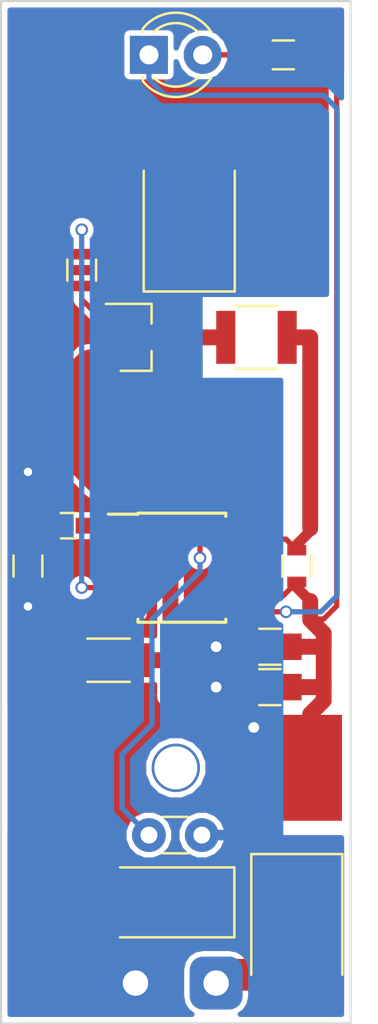
<source format=kicad_pcb>
(kicad_pcb (version 20171130) (host pcbnew 5.0.1-33cea8e~68~ubuntu16.04.1)

  (general
    (thickness 0.8)
    (drawings 5)
    (tracks 149)
    (zones 0)
    (modules 21)
    (nets 15)
  )

  (page A4)
  (layers
    (0 F.Cu signal)
    (31 B.Cu signal)
    (36 B.SilkS user)
    (37 F.SilkS user)
    (38 B.Mask user)
    (39 F.Mask user)
    (44 Edge.Cuts user)
    (45 Margin user hide)
    (46 B.CrtYd user hide)
    (47 F.CrtYd user hide)
  )

  (setup
    (last_trace_width 0.1524)
    (user_trace_width 0.25)
    (user_trace_width 0.5)
    (user_trace_width 0.75)
    (user_trace_width 1)
    (user_trace_width 1.5)
    (user_trace_width 2)
    (trace_clearance 0.1524)
    (zone_clearance 0.254)
    (zone_45_only yes)
    (trace_min 0.1524)
    (segment_width 0.2)
    (edge_width 0.1)
    (via_size 0.6858)
    (via_drill 0.3302)
    (via_min_size 0.508)
    (via_min_drill 0.254)
    (uvia_size 0.6858)
    (uvia_drill 0.3302)
    (uvias_allowed no)
    (uvia_min_size 0.2)
    (uvia_min_drill 0.1)
    (pcb_text_width 0.3)
    (pcb_text_size 1.5 1.5)
    (mod_edge_width 0.15)
    (mod_text_size 1 1)
    (mod_text_width 0.15)
    (pad_size 2.286 2.286)
    (pad_drill 2.032)
    (pad_to_mask_clearance 0.0508)
    (solder_mask_min_width 0.25)
    (aux_axis_origin 0 0)
    (visible_elements FFFFFFFF)
    (pcbplotparams
      (layerselection 0x00030_80000001)
      (usegerberextensions false)
      (usegerberattributes false)
      (usegerberadvancedattributes false)
      (creategerberjobfile false)
      (excludeedgelayer true)
      (linewidth 0.500000)
      (plotframeref false)
      (viasonmask false)
      (mode 1)
      (useauxorigin false)
      (hpglpennumber 1)
      (hpglpenspeed 20)
      (hpglpendiameter 15.000000)
      (psnegative false)
      (psa4output false)
      (plotreference true)
      (plotvalue true)
      (plotinvisibletext false)
      (padsonsilk false)
      (subtractmaskfromsilk false)
      (outputformat 1)
      (mirror false)
      (drillshape 1)
      (scaleselection 1)
      (outputdirectory ""))
  )

  (net 0 "")
  (net 1 "Net-(C1-Pad1)")
  (net 2 GNDD)
  (net 3 "Net-(C2-Pad2)")
  (net 4 "Net-(C2-Pad1)")
  (net 5 BAT)
  (net 6 "Net-(D3-Pad1)")
  (net 7 "Net-(D3-Pad2)")
  (net 8 "Net-(D4-Pad1)")
  (net 9 "Net-(L1-Pad2)")
  (net 10 "Net-(Q1-Pad1)")
  (net 11 "Net-(TH1-Pad1)")
  (net 12 "Net-(12V1-Pad1)")
  (net 13 "Net-(R4-Pad2)")
  (net 14 "Net-(U3-Pad1)")

  (net_class Default "This is the default net class."
    (clearance 0.1524)
    (trace_width 0.1524)
    (via_dia 0.6858)
    (via_drill 0.3302)
    (uvia_dia 0.6858)
    (uvia_drill 0.3302)
    (add_net BAT)
    (add_net GNDD)
    (add_net "Net-(12V1-Pad1)")
    (add_net "Net-(C1-Pad1)")
    (add_net "Net-(C2-Pad1)")
    (add_net "Net-(C2-Pad2)")
    (add_net "Net-(D3-Pad1)")
    (add_net "Net-(D3-Pad2)")
    (add_net "Net-(D4-Pad1)")
    (add_net "Net-(L1-Pad2)")
    (add_net "Net-(Q1-Pad1)")
    (add_net "Net-(R4-Pad2)")
    (add_net "Net-(TH1-Pad1)")
    (add_net "Net-(U3-Pad1)")
  )

  (module Capacitors_THT:C_Disc_D3.0mm_W1.6mm_P2.50mm (layer F.Cu) (tedit 5BF8CDA7) (tstamp 5BF67D74)
    (at 149.86 113.03)
    (descr "C, Disc series, Radial, pin pitch=2.50mm, , diameter*width=3.0*1.6mm^2, Capacitor, http://www.vishay.com/docs/45233/krseries.pdf")
    (tags "C Disc series Radial pin pitch 2.50mm  diameter 3.0mm width 1.6mm Capacitor")
    (path /5A951E62)
    (fp_text reference TH1 (at 1.25 -2.11) (layer F.SilkS) hide
      (effects (font (size 1 1) (thickness 0.15)))
    )
    (fp_text value 10k/B3380 (at 1.25 2.11) (layer F.Fab)
      (effects (font (size 1 1) (thickness 0.15)))
    )
    (fp_text user %R (at 1.25 0) (layer F.Fab)
      (effects (font (size 1 1) (thickness 0.15)))
    )
    (fp_line (start 3.55 -1.15) (end -1.05 -1.15) (layer F.CrtYd) (width 0.05))
    (fp_line (start 3.55 1.15) (end 3.55 -1.15) (layer F.CrtYd) (width 0.05))
    (fp_line (start -1.05 1.15) (end 3.55 1.15) (layer F.CrtYd) (width 0.05))
    (fp_line (start -1.05 -1.15) (end -1.05 1.15) (layer F.CrtYd) (width 0.05))
    (fp_line (start 0.663 0.861) (end 1.837 0.861) (layer F.SilkS) (width 0.12))
    (fp_line (start 0.663 -0.861) (end 1.837 -0.861) (layer F.SilkS) (width 0.12))
    (fp_line (start 2.75 -0.8) (end -0.25 -0.8) (layer F.Fab) (width 0.1))
    (fp_line (start 2.75 0.8) (end 2.75 -0.8) (layer F.Fab) (width 0.1))
    (fp_line (start -0.25 0.8) (end 2.75 0.8) (layer F.Fab) (width 0.1))
    (fp_line (start -0.25 -0.8) (end -0.25 0.8) (layer F.Fab) (width 0.1))
    (pad 2 thru_hole circle (at 2.5 0) (size 1.6 1.6) (drill 0.8) (layers *.Cu *.Mask)
      (net 2 GNDD))
    (pad 1 thru_hole circle (at 0 0) (size 1.6 1.6) (drill 0.8) (layers *.Cu *.Mask)
      (net 11 "Net-(TH1-Pad1)"))
    (model ${KISYS3DMOD}/Capacitors_THT.3dshapes/C_Disc_D3.0mm_W1.6mm_P2.50mm.wrl
      (at (xyz 0 0 0))
      (scale (xyz 1 1 1))
      (rotate (xyz 0 0 0))
    )
  )

  (module MyKiCAD:VIA-1.2-2.5MM (layer F.Cu) (tedit 5BF231A4) (tstamp 5BF666B9)
    (at 149.225 120.015)
    (path /5A954755)
    (fp_text reference GND1 (at 0 1.27) (layer F.SilkS) hide
      (effects (font (size 1 1) (thickness 0.15)))
    )
    (fp_text value TEST_1P (at 0 -1.27) (layer F.Fab) hide
      (effects (font (size 1 1) (thickness 0.15)))
    )
    (pad 1 thru_hole roundrect (at 0 0) (size 2.5 2.5) (drill 1.2) (layers *.Cu *.Mask) (roundrect_rratio 0.25)
      (net 2 GNDD) (zone_connect 2))
  )

  (module MyKiCAD:VIA-1.2-2.5MM (layer F.Cu) (tedit 5BF231A4) (tstamp 5BF666B5)
    (at 153.035 120.015)
    (path /5A954668)
    (fp_text reference 12V1 (at 0 1.27) (layer F.SilkS) hide
      (effects (font (size 1 1) (thickness 0.15)))
    )
    (fp_text value TEST_1P (at 0 -1.27) (layer F.Fab) hide
      (effects (font (size 1 1) (thickness 0.15)))
    )
    (pad 1 thru_hole roundrect (at 0 0) (size 2.5 2.5) (drill 1.2) (layers *.Cu *.Mask) (roundrect_rratio 0.25)
      (net 12 "Net-(12V1-Pad1)") (zone_connect 2))
  )

  (module Housings_SOIC:SOIC-8_3.9x4.9mm_Pitch1.27mm (layer F.Cu) (tedit 5BF8CDBD) (tstamp 5A95E54E)
    (at 151.418361 100.407969)
    (descr "8-Lead Plastic Small Outline (SN) - Narrow, 3.90 mm Body [SOIC] (see Microchip Packaging Specification 00000049BS.pdf)")
    (tags "SOIC 1.27")
    (path /5A951902)
    (attr smd)
    (fp_text reference U1 (at 0 -3.5) (layer F.SilkS) hide
      (effects (font (size 1 1) (thickness 0.15)))
    )
    (fp_text value LTC4002 (at 0 3.5) (layer F.Fab)
      (effects (font (size 1 1) (thickness 0.15)))
    )
    (fp_text user %R (at 0 0) (layer F.Fab)
      (effects (font (size 1 1) (thickness 0.15)))
    )
    (fp_line (start -0.95 -2.45) (end 1.95 -2.45) (layer F.Fab) (width 0.1))
    (fp_line (start 1.95 -2.45) (end 1.95 2.45) (layer F.Fab) (width 0.1))
    (fp_line (start 1.95 2.45) (end -1.95 2.45) (layer F.Fab) (width 0.1))
    (fp_line (start -1.95 2.45) (end -1.95 -1.45) (layer F.Fab) (width 0.1))
    (fp_line (start -1.95 -1.45) (end -0.95 -2.45) (layer F.Fab) (width 0.1))
    (fp_line (start -3.73 -2.7) (end -3.73 2.7) (layer F.CrtYd) (width 0.05))
    (fp_line (start 3.73 -2.7) (end 3.73 2.7) (layer F.CrtYd) (width 0.05))
    (fp_line (start -3.73 -2.7) (end 3.73 -2.7) (layer F.CrtYd) (width 0.05))
    (fp_line (start -3.73 2.7) (end 3.73 2.7) (layer F.CrtYd) (width 0.05))
    (fp_line (start -2.075 -2.575) (end -2.075 -2.525) (layer F.SilkS) (width 0.15))
    (fp_line (start 2.075 -2.575) (end 2.075 -2.43) (layer F.SilkS) (width 0.15))
    (fp_line (start 2.075 2.575) (end 2.075 2.43) (layer F.SilkS) (width 0.15))
    (fp_line (start -2.075 2.575) (end -2.075 2.43) (layer F.SilkS) (width 0.15))
    (fp_line (start -2.075 -2.575) (end 2.075 -2.575) (layer F.SilkS) (width 0.15))
    (fp_line (start -2.075 2.575) (end 2.075 2.575) (layer F.SilkS) (width 0.15))
    (fp_line (start -2.075 -2.525) (end -3.475 -2.525) (layer F.SilkS) (width 0.15))
    (pad 1 smd rect (at -2.7 -1.905) (size 1.55 0.6) (layers F.Cu F.Paste F.Mask)
      (net 4 "Net-(C2-Pad1)"))
    (pad 2 smd rect (at -2.7 -0.635) (size 1.55 0.6) (layers F.Cu F.Paste F.Mask)
      (net 1 "Net-(C1-Pad1)"))
    (pad 3 smd rect (at -2.7 0.635) (size 1.55 0.6) (layers F.Cu F.Paste F.Mask)
      (net 13 "Net-(R4-Pad2)"))
    (pad 4 smd rect (at -2.7 1.905) (size 1.55 0.6) (layers F.Cu F.Paste F.Mask)
      (net 2 GNDD))
    (pad 5 smd rect (at 2.7 1.905) (size 1.55 0.6) (layers F.Cu F.Paste F.Mask)
      (net 6 "Net-(D3-Pad1)"))
    (pad 6 smd rect (at 2.7 0.635) (size 1.55 0.6) (layers F.Cu F.Paste F.Mask)
      (net 5 BAT))
    (pad 7 smd rect (at 2.7 -0.635) (size 1.55 0.6) (layers F.Cu F.Paste F.Mask)
      (net 9 "Net-(L1-Pad2)"))
    (pad 8 smd rect (at 2.7 -1.905) (size 1.55 0.6) (layers F.Cu F.Paste F.Mask)
      (net 11 "Net-(TH1-Pad1)"))
    (model ${KISYS3DMOD}/Housings_SOIC.3dshapes/SOIC-8_3.9x4.9mm_Pitch1.27mm.wrl
      (at (xyz 0 0 0))
      (scale (xyz 1 1 1))
      (rotate (xyz 0 0 0))
    )
  )

  (module Resistors_SMD:R_0603 (layer F.Cu) (tedit 5BF8CDCA) (tstamp 5AF49AD5)
    (at 146.685 86.36 90)
    (descr "Resistor SMD 0603, reflow soldering, Vishay (see dcrcw.pdf)")
    (tags "resistor 0603")
    (path /5AF4A061)
    (attr smd)
    (fp_text reference R4 (at 0 -1.45 90) (layer F.SilkS) hide
      (effects (font (size 1 1) (thickness 0.15)))
    )
    (fp_text value 56 (at 0 1.5 90) (layer F.Fab)
      (effects (font (size 1 1) (thickness 0.15)))
    )
    (fp_text user %R (at 0 0 90) (layer F.Fab)
      (effects (font (size 0.4 0.4) (thickness 0.075)))
    )
    (fp_line (start -0.8 0.4) (end -0.8 -0.4) (layer F.Fab) (width 0.1))
    (fp_line (start 0.8 0.4) (end -0.8 0.4) (layer F.Fab) (width 0.1))
    (fp_line (start 0.8 -0.4) (end 0.8 0.4) (layer F.Fab) (width 0.1))
    (fp_line (start -0.8 -0.4) (end 0.8 -0.4) (layer F.Fab) (width 0.1))
    (fp_line (start 0.5 0.68) (end -0.5 0.68) (layer F.SilkS) (width 0.12))
    (fp_line (start -0.5 -0.68) (end 0.5 -0.68) (layer F.SilkS) (width 0.12))
    (fp_line (start -1.25 -0.7) (end 1.25 -0.7) (layer F.CrtYd) (width 0.05))
    (fp_line (start -1.25 -0.7) (end -1.25 0.7) (layer F.CrtYd) (width 0.05))
    (fp_line (start 1.25 0.7) (end 1.25 -0.7) (layer F.CrtYd) (width 0.05))
    (fp_line (start 1.25 0.7) (end -1.25 0.7) (layer F.CrtYd) (width 0.05))
    (pad 1 smd rect (at -0.75 0 90) (size 0.5 0.9) (layers F.Cu F.Paste F.Mask)
      (net 10 "Net-(Q1-Pad1)"))
    (pad 2 smd rect (at 0.75 0 90) (size 0.5 0.9) (layers F.Cu F.Paste F.Mask)
      (net 13 "Net-(R4-Pad2)"))
    (model ${KISYS3DMOD}/Resistors_SMD.3dshapes/R_0603.wrl
      (at (xyz 0 0 0))
      (scale (xyz 1 1 1))
      (rotate (xyz 0 0 0))
    )
  )

  (module TO_SOT_Packages_SMD:SOT-23 (layer F.Cu) (tedit 5BF8CDD2) (tstamp 5A97A936)
    (at 149.225 89.535)
    (descr "SOT-23, Standard")
    (tags SOT-23)
    (path /5A9530CD)
    (attr smd)
    (fp_text reference Q1 (at 0 -2.5) (layer F.SilkS) hide
      (effects (font (size 1 1) (thickness 0.15)))
    )
    (fp_text value "DMP3056L-7 " (at 0 2.5) (layer F.Fab)
      (effects (font (size 1 1) (thickness 0.15)))
    )
    (fp_text user %R (at 0 0 90) (layer F.Fab)
      (effects (font (size 0.5 0.5) (thickness 0.075)))
    )
    (fp_line (start -0.7 -0.95) (end -0.7 1.5) (layer F.Fab) (width 0.1))
    (fp_line (start -0.15 -1.52) (end 0.7 -1.52) (layer F.Fab) (width 0.1))
    (fp_line (start -0.7 -0.95) (end -0.15 -1.52) (layer F.Fab) (width 0.1))
    (fp_line (start 0.7 -1.52) (end 0.7 1.52) (layer F.Fab) (width 0.1))
    (fp_line (start -0.7 1.52) (end 0.7 1.52) (layer F.Fab) (width 0.1))
    (fp_line (start 0.76 1.58) (end 0.76 0.65) (layer F.SilkS) (width 0.12))
    (fp_line (start 0.76 -1.58) (end 0.76 -0.65) (layer F.SilkS) (width 0.12))
    (fp_line (start -1.7 -1.75) (end 1.7 -1.75) (layer F.CrtYd) (width 0.05))
    (fp_line (start 1.7 -1.75) (end 1.7 1.75) (layer F.CrtYd) (width 0.05))
    (fp_line (start 1.7 1.75) (end -1.7 1.75) (layer F.CrtYd) (width 0.05))
    (fp_line (start -1.7 1.75) (end -1.7 -1.75) (layer F.CrtYd) (width 0.05))
    (fp_line (start 0.76 -1.58) (end -1.4 -1.58) (layer F.SilkS) (width 0.12))
    (fp_line (start 0.76 1.58) (end -0.7 1.58) (layer F.SilkS) (width 0.12))
    (pad 1 smd rect (at -1 -0.95) (size 0.9 0.8) (layers F.Cu F.Paste F.Mask)
      (net 10 "Net-(Q1-Pad1)"))
    (pad 2 smd rect (at -1 0.95) (size 0.9 0.8) (layers F.Cu F.Paste F.Mask)
      (net 1 "Net-(C1-Pad1)"))
    (pad 3 smd rect (at 1 0) (size 0.9 0.8) (layers F.Cu F.Paste F.Mask)
      (net 8 "Net-(D4-Pad1)"))
    (model ${KISYS3DMOD}/TO_SOT_Packages_SMD.3dshapes/SOT-23.wrl
      (at (xyz 0 0 0))
      (scale (xyz 1 1 1))
      (rotate (xyz 0 0 0))
    )
  )

  (module Capacitors_SMD:C_1206 (layer F.Cu) (tedit 5BF8CDAD) (tstamp 5A97A86E)
    (at 147.955 104.775 180)
    (descr "Capacitor SMD 1206, reflow soldering, AVX (see smccp.pdf)")
    (tags "capacitor 1206")
    (path /5A8DD0BC)
    (attr smd)
    (fp_text reference C1 (at 0 -1.75 180) (layer F.SilkS) hide
      (effects (font (size 1 1) (thickness 0.15)))
    )
    (fp_text value 10uF/35V (at 0 2 180) (layer F.Fab)
      (effects (font (size 1 1) (thickness 0.15)))
    )
    (fp_text user %R (at 0 -1.75 180) (layer F.Fab)
      (effects (font (size 1 1) (thickness 0.15)))
    )
    (fp_line (start -1.6 0.8) (end -1.6 -0.8) (layer F.Fab) (width 0.1))
    (fp_line (start 1.6 0.8) (end -1.6 0.8) (layer F.Fab) (width 0.1))
    (fp_line (start 1.6 -0.8) (end 1.6 0.8) (layer F.Fab) (width 0.1))
    (fp_line (start -1.6 -0.8) (end 1.6 -0.8) (layer F.Fab) (width 0.1))
    (fp_line (start 1 -1.02) (end -1 -1.02) (layer F.SilkS) (width 0.12))
    (fp_line (start -1 1.02) (end 1 1.02) (layer F.SilkS) (width 0.12))
    (fp_line (start -2.25 -1.05) (end 2.25 -1.05) (layer F.CrtYd) (width 0.05))
    (fp_line (start -2.25 -1.05) (end -2.25 1.05) (layer F.CrtYd) (width 0.05))
    (fp_line (start 2.25 1.05) (end 2.25 -1.05) (layer F.CrtYd) (width 0.05))
    (fp_line (start 2.25 1.05) (end -2.25 1.05) (layer F.CrtYd) (width 0.05))
    (pad 1 smd rect (at -1.5 0 180) (size 1 1.6) (layers F.Cu F.Paste F.Mask)
      (net 1 "Net-(C1-Pad1)"))
    (pad 2 smd rect (at 1.5 0 180) (size 1 1.6) (layers F.Cu F.Paste F.Mask)
      (net 2 GNDD))
    (model Capacitors_SMD.3dshapes/C_1206.wrl
      (at (xyz 0 0 0))
      (scale (xyz 1 1 1))
      (rotate (xyz 0 0 0))
    )
  )

  (module Capacitors_SMD:C_0603 (layer F.Cu) (tedit 5BF8CDC5) (tstamp 5BF67273)
    (at 146.05 98.425 180)
    (descr "Capacitor SMD 0603, reflow soldering, AVX (see smccp.pdf)")
    (tags "capacitor 0603")
    (path /5A952A8C)
    (attr smd)
    (fp_text reference C2 (at 0 -1.5 180) (layer F.SilkS) hide
      (effects (font (size 1 1) (thickness 0.15)))
    )
    (fp_text value 1u (at 0 1.5 180) (layer F.Fab)
      (effects (font (size 1 1) (thickness 0.15)))
    )
    (fp_line (start 1.4 0.65) (end -1.4 0.65) (layer F.CrtYd) (width 0.05))
    (fp_line (start 1.4 0.65) (end 1.4 -0.65) (layer F.CrtYd) (width 0.05))
    (fp_line (start -1.4 -0.65) (end -1.4 0.65) (layer F.CrtYd) (width 0.05))
    (fp_line (start -1.4 -0.65) (end 1.4 -0.65) (layer F.CrtYd) (width 0.05))
    (fp_line (start 0.35 0.6) (end -0.35 0.6) (layer F.SilkS) (width 0.12))
    (fp_line (start -0.35 -0.6) (end 0.35 -0.6) (layer F.SilkS) (width 0.12))
    (fp_line (start -0.8 -0.4) (end 0.8 -0.4) (layer F.Fab) (width 0.1))
    (fp_line (start 0.8 -0.4) (end 0.8 0.4) (layer F.Fab) (width 0.1))
    (fp_line (start 0.8 0.4) (end -0.8 0.4) (layer F.Fab) (width 0.1))
    (fp_line (start -0.8 0.4) (end -0.8 -0.4) (layer F.Fab) (width 0.1))
    (fp_text user %R (at 0 0 180) (layer F.Fab)
      (effects (font (size 0.3 0.3) (thickness 0.075)))
    )
    (pad 2 smd rect (at 0.75 0 180) (size 0.8 0.75) (layers F.Cu F.Paste F.Mask)
      (net 3 "Net-(C2-Pad2)"))
    (pad 1 smd rect (at -0.75 0 180) (size 0.8 0.75) (layers F.Cu F.Paste F.Mask)
      (net 4 "Net-(C2-Pad1)"))
    (model Capacitors_SMD.3dshapes/C_0603.wrl
      (at (xyz 0 0 0))
      (scale (xyz 1 1 1))
      (rotate (xyz 0 0 0))
    )
  )

  (module Diodes_SMD:D_SMB (layer F.Cu) (tedit 5BF8CD73) (tstamp 5A97A8B9)
    (at 156.845 117.475 270)
    (descr "Diode SMB (DO-214AA)")
    (tags "Diode SMB (DO-214AA)")
    (path /5A8DCFD6)
    (attr smd)
    (fp_text reference D1 (at 0 -3 270) (layer F.SilkS) hide
      (effects (font (size 1 1) (thickness 0.15)))
    )
    (fp_text value S3JB (at 0 3.1 270) (layer F.Fab)
      (effects (font (size 1 1) (thickness 0.15)))
    )
    (fp_text user %R (at 0 -3 270) (layer F.Fab)
      (effects (font (size 1 1) (thickness 0.15)))
    )
    (fp_line (start -3.55 -2.15) (end -3.55 2.15) (layer F.SilkS) (width 0.12))
    (fp_line (start 2.3 2) (end -2.3 2) (layer F.Fab) (width 0.1))
    (fp_line (start -2.3 2) (end -2.3 -2) (layer F.Fab) (width 0.1))
    (fp_line (start 2.3 -2) (end 2.3 2) (layer F.Fab) (width 0.1))
    (fp_line (start 2.3 -2) (end -2.3 -2) (layer F.Fab) (width 0.1))
    (fp_line (start -3.65 -2.25) (end 3.65 -2.25) (layer F.CrtYd) (width 0.05))
    (fp_line (start 3.65 -2.25) (end 3.65 2.25) (layer F.CrtYd) (width 0.05))
    (fp_line (start 3.65 2.25) (end -3.65 2.25) (layer F.CrtYd) (width 0.05))
    (fp_line (start -3.65 2.25) (end -3.65 -2.25) (layer F.CrtYd) (width 0.05))
    (fp_line (start -0.64944 0.00102) (end -1.55114 0.00102) (layer F.Fab) (width 0.1))
    (fp_line (start 0.50118 0.00102) (end 1.4994 0.00102) (layer F.Fab) (width 0.1))
    (fp_line (start -0.64944 -0.79908) (end -0.64944 0.80112) (layer F.Fab) (width 0.1))
    (fp_line (start 0.50118 0.75032) (end 0.50118 -0.79908) (layer F.Fab) (width 0.1))
    (fp_line (start -0.64944 0.00102) (end 0.50118 0.75032) (layer F.Fab) (width 0.1))
    (fp_line (start -0.64944 0.00102) (end 0.50118 -0.79908) (layer F.Fab) (width 0.1))
    (fp_line (start -3.55 2.15) (end 2.15 2.15) (layer F.SilkS) (width 0.12))
    (fp_line (start -3.55 -2.15) (end 2.15 -2.15) (layer F.SilkS) (width 0.12))
    (pad 1 smd rect (at -2.15 0 270) (size 2.5 2.3) (layers F.Cu F.Paste F.Mask)
      (net 1 "Net-(C1-Pad1)"))
    (pad 2 smd rect (at 2.15 0 270) (size 2.5 2.3) (layers F.Cu F.Paste F.Mask)
      (net 12 "Net-(12V1-Pad1)"))
    (model ${KISYS3DMOD}/Diodes_SMD.3dshapes/D_SMB.wrl
      (at (xyz 0 0 0))
      (scale (xyz 1 1 1))
      (rotate (xyz 0 0 0))
    )
  )

  (module Diodes_SMD:D_SMA (layer F.Cu) (tedit 5BF8D3B1) (tstamp 5A97A8D1)
    (at 150.495 116.205 180)
    (descr "Diode SMA (DO-214AC)")
    (tags "Diode SMA (DO-214AC)")
    (path /5A8DCE57)
    (attr smd)
    (fp_text reference D2 (at 0 -2.5 180) (layer F.SilkS) hide
      (effects (font (size 1 1) (thickness 0.15)))
    )
    (fp_text value TPSMA6L16A (at 0 2.6 180) (layer F.Fab)
      (effects (font (size 1 1) (thickness 0.15)))
    )
    (fp_text user %R (at 0 -2.5 180) (layer F.Fab)
      (effects (font (size 1 1) (thickness 0.15)))
    )
    (fp_line (start -3.4 -1.65) (end -3.4 1.65) (layer F.SilkS) (width 0.12))
    (fp_line (start 2.3 1.5) (end -2.3 1.5) (layer F.Fab) (width 0.1))
    (fp_line (start -2.3 1.5) (end -2.3 -1.5) (layer F.Fab) (width 0.1))
    (fp_line (start 2.3 -1.5) (end 2.3 1.5) (layer F.Fab) (width 0.1))
    (fp_line (start 2.3 -1.5) (end -2.3 -1.5) (layer F.Fab) (width 0.1))
    (fp_line (start -3.5 -1.75) (end 3.5 -1.75) (layer F.CrtYd) (width 0.05))
    (fp_line (start 3.5 -1.75) (end 3.5 1.75) (layer F.CrtYd) (width 0.05))
    (fp_line (start 3.5 1.75) (end -3.5 1.75) (layer F.CrtYd) (width 0.05))
    (fp_line (start -3.5 1.75) (end -3.5 -1.75) (layer F.CrtYd) (width 0.05))
    (fp_line (start -0.64944 0.00102) (end -1.55114 0.00102) (layer F.Fab) (width 0.1))
    (fp_line (start 0.50118 0.00102) (end 1.4994 0.00102) (layer F.Fab) (width 0.1))
    (fp_line (start -0.64944 -0.79908) (end -0.64944 0.80112) (layer F.Fab) (width 0.1))
    (fp_line (start 0.50118 0.75032) (end 0.50118 -0.79908) (layer F.Fab) (width 0.1))
    (fp_line (start -0.64944 0.00102) (end 0.50118 0.75032) (layer F.Fab) (width 0.1))
    (fp_line (start -0.64944 0.00102) (end 0.50118 -0.79908) (layer F.Fab) (width 0.1))
    (fp_line (start -3.4 1.65) (end 2 1.65) (layer F.SilkS) (width 0.12))
    (fp_line (start -3.4 -1.65) (end 2 -1.65) (layer F.SilkS) (width 0.12))
    (pad 1 smd rect (at -2 0 180) (size 2.5 1.8) (layers F.Cu F.Paste F.Mask)
      (net 1 "Net-(C1-Pad1)"))
    (pad 2 smd rect (at 2 0 180) (size 2.5 1.8) (layers F.Cu F.Paste F.Mask)
      (net 2 GNDD))
    (model ${KISYS3DMOD}/Diodes_SMD.3dshapes/D_SMA.wrl
      (at (xyz 0 0 0))
      (scale (xyz 1 1 1))
      (rotate (xyz 0 0 0))
    )
  )

  (module Diodes_SMD:D_SMB (layer F.Cu) (tedit 5BF8CDCE) (tstamp 5A97A8FC)
    (at 151.765 83.82 90)
    (descr "Diode SMB (DO-214AA)")
    (tags "Diode SMB (DO-214AA)")
    (path /5A951B97)
    (attr smd)
    (fp_text reference D4 (at 0 -3 90) (layer F.SilkS) hide
      (effects (font (size 1 1) (thickness 0.15)))
    )
    (fp_text value B230ADICT-ND (at 0 3.1 90) (layer F.Fab)
      (effects (font (size 1 1) (thickness 0.15)))
    )
    (fp_text user %R (at 0 -3 90) (layer F.Fab)
      (effects (font (size 1 1) (thickness 0.15)))
    )
    (fp_line (start -3.55 -2.15) (end -3.55 2.15) (layer F.SilkS) (width 0.12))
    (fp_line (start 2.3 2) (end -2.3 2) (layer F.Fab) (width 0.1))
    (fp_line (start -2.3 2) (end -2.3 -2) (layer F.Fab) (width 0.1))
    (fp_line (start 2.3 -2) (end 2.3 2) (layer F.Fab) (width 0.1))
    (fp_line (start 2.3 -2) (end -2.3 -2) (layer F.Fab) (width 0.1))
    (fp_line (start -3.65 -2.25) (end 3.65 -2.25) (layer F.CrtYd) (width 0.05))
    (fp_line (start 3.65 -2.25) (end 3.65 2.25) (layer F.CrtYd) (width 0.05))
    (fp_line (start 3.65 2.25) (end -3.65 2.25) (layer F.CrtYd) (width 0.05))
    (fp_line (start -3.65 2.25) (end -3.65 -2.25) (layer F.CrtYd) (width 0.05))
    (fp_line (start -0.64944 0.00102) (end -1.55114 0.00102) (layer F.Fab) (width 0.1))
    (fp_line (start 0.50118 0.00102) (end 1.4994 0.00102) (layer F.Fab) (width 0.1))
    (fp_line (start -0.64944 -0.79908) (end -0.64944 0.80112) (layer F.Fab) (width 0.1))
    (fp_line (start 0.50118 0.75032) (end 0.50118 -0.79908) (layer F.Fab) (width 0.1))
    (fp_line (start -0.64944 0.00102) (end 0.50118 0.75032) (layer F.Fab) (width 0.1))
    (fp_line (start -0.64944 0.00102) (end 0.50118 -0.79908) (layer F.Fab) (width 0.1))
    (fp_line (start -3.55 2.15) (end 2.15 2.15) (layer F.SilkS) (width 0.12))
    (fp_line (start -3.55 -2.15) (end 2.15 -2.15) (layer F.SilkS) (width 0.12))
    (pad 1 smd rect (at -2.15 0 90) (size 2.5 2.3) (layers F.Cu F.Paste F.Mask)
      (net 8 "Net-(D4-Pad1)"))
    (pad 2 smd rect (at 2.15 0 90) (size 2.5 2.3) (layers F.Cu F.Paste F.Mask)
      (net 2 GNDD))
    (model ${KISYS3DMOD}/Diodes_SMD.3dshapes/D_SMB.wrl
      (at (xyz 0 0 0))
      (scale (xyz 1 1 1))
      (rotate (xyz 0 0 0))
    )
  )

  (module Inductors_SMD:L_1210 (layer F.Cu) (tedit 5BF8CDD5) (tstamp 5BF65804)
    (at 154.94 89.535)
    (descr "Resistor SMD 1210, reflow soldering, Vishay (see dcrcw.pdf)")
    (tags "resistor 1210")
    (path /5A951C5E)
    (attr smd)
    (fp_text reference L1 (at 0 -2.7) (layer F.SilkS) hide
      (effects (font (size 1 1) (thickness 0.15)))
    )
    (fp_text value 10uH (at 0 2.7) (layer F.Fab)
      (effects (font (size 1 1) (thickness 0.15)))
    )
    (fp_text user %R (at 0 0) (layer F.Fab)
      (effects (font (size 0.5 0.5) (thickness 0.075)))
    )
    (fp_line (start -1.6 1.25) (end -1.6 -1.25) (layer F.Fab) (width 0.1))
    (fp_line (start 1.6 1.25) (end -1.6 1.25) (layer F.Fab) (width 0.1))
    (fp_line (start 1.6 -1.25) (end 1.6 1.25) (layer F.Fab) (width 0.1))
    (fp_line (start -1.6 -1.25) (end 1.6 -1.25) (layer F.Fab) (width 0.1))
    (fp_line (start -2.2 -1.6) (end 2.2 -1.6) (layer F.CrtYd) (width 0.05))
    (fp_line (start -2.2 1.6) (end 2.2 1.6) (layer F.CrtYd) (width 0.05))
    (fp_line (start -2.2 -1.6) (end -2.2 1.6) (layer F.CrtYd) (width 0.05))
    (fp_line (start 2.2 -1.6) (end 2.2 1.6) (layer F.CrtYd) (width 0.05))
    (fp_line (start 1 1.48) (end -1 1.48) (layer F.SilkS) (width 0.12))
    (fp_line (start -1 -1.48) (end 1 -1.48) (layer F.SilkS) (width 0.12))
    (pad 1 smd rect (at -1.45 0) (size 0.9 2.5) (layers F.Cu F.Paste F.Mask)
      (net 8 "Net-(D4-Pad1)"))
    (pad 2 smd rect (at 1.45 0) (size 0.9 2.5) (layers F.Cu F.Paste F.Mask)
      (net 9 "Net-(L1-Pad2)"))
    (model ${KISYS3DMOD}/Inductors_SMD.3dshapes/L_1210.wrl
      (at (xyz 0 0 0))
      (scale (xyz 1 1 1))
      (rotate (xyz 0 0 0))
    )
  )

  (module Resistors_SMD:R_0603 (layer F.Cu) (tedit 5BF8CDDA) (tstamp 5A97A947)
    (at 156.21 76.2 180)
    (descr "Resistor SMD 0603, reflow soldering, Vishay (see dcrcw.pdf)")
    (tags "resistor 0603")
    (path /5A951B08)
    (attr smd)
    (fp_text reference R1 (at 0 -1.45 180) (layer F.SilkS) hide
      (effects (font (size 1 1) (thickness 0.15)))
    )
    (fp_text value 1k (at 0 1.5 180) (layer F.Fab)
      (effects (font (size 1 1) (thickness 0.15)))
    )
    (fp_text user %R (at 0 0 180) (layer F.Fab)
      (effects (font (size 0.4 0.4) (thickness 0.075)))
    )
    (fp_line (start -0.8 0.4) (end -0.8 -0.4) (layer F.Fab) (width 0.1))
    (fp_line (start 0.8 0.4) (end -0.8 0.4) (layer F.Fab) (width 0.1))
    (fp_line (start 0.8 -0.4) (end 0.8 0.4) (layer F.Fab) (width 0.1))
    (fp_line (start -0.8 -0.4) (end 0.8 -0.4) (layer F.Fab) (width 0.1))
    (fp_line (start 0.5 0.68) (end -0.5 0.68) (layer F.SilkS) (width 0.12))
    (fp_line (start -0.5 -0.68) (end 0.5 -0.68) (layer F.SilkS) (width 0.12))
    (fp_line (start -1.25 -0.7) (end 1.25 -0.7) (layer F.CrtYd) (width 0.05))
    (fp_line (start -1.25 -0.7) (end -1.25 0.7) (layer F.CrtYd) (width 0.05))
    (fp_line (start 1.25 0.7) (end 1.25 -0.7) (layer F.CrtYd) (width 0.05))
    (fp_line (start 1.25 0.7) (end -1.25 0.7) (layer F.CrtYd) (width 0.05))
    (pad 1 smd rect (at -0.75 0 180) (size 0.5 0.9) (layers F.Cu F.Paste F.Mask)
      (net 5 BAT))
    (pad 2 smd rect (at 0.75 0 180) (size 0.5 0.9) (layers F.Cu F.Paste F.Mask)
      (net 7 "Net-(D3-Pad2)"))
    (model ${KISYS3DMOD}/Resistors_SMD.3dshapes/R_0603.wrl
      (at (xyz 0 0 0))
      (scale (xyz 1 1 1))
      (rotate (xyz 0 0 0))
    )
  )

  (module Resistors_SMD:R_0603 (layer F.Cu) (tedit 5BF8CD8E) (tstamp 5A97A958)
    (at 144.145 100.33 90)
    (descr "Resistor SMD 0603, reflow soldering, Vishay (see dcrcw.pdf)")
    (tags "resistor 0603")
    (path /5A952AFE)
    (attr smd)
    (fp_text reference R2 (at 0 -1.45 90) (layer F.SilkS) hide
      (effects (font (size 1 1) (thickness 0.15)))
    )
    (fp_text value 2.2k (at 0 1.5 90) (layer F.Fab)
      (effects (font (size 1 1) (thickness 0.15)))
    )
    (fp_text user %R (at 0 0 90) (layer F.Fab)
      (effects (font (size 0.4 0.4) (thickness 0.075)))
    )
    (fp_line (start -0.8 0.4) (end -0.8 -0.4) (layer F.Fab) (width 0.1))
    (fp_line (start 0.8 0.4) (end -0.8 0.4) (layer F.Fab) (width 0.1))
    (fp_line (start 0.8 -0.4) (end 0.8 0.4) (layer F.Fab) (width 0.1))
    (fp_line (start -0.8 -0.4) (end 0.8 -0.4) (layer F.Fab) (width 0.1))
    (fp_line (start 0.5 0.68) (end -0.5 0.68) (layer F.SilkS) (width 0.12))
    (fp_line (start -0.5 -0.68) (end 0.5 -0.68) (layer F.SilkS) (width 0.12))
    (fp_line (start -1.25 -0.7) (end 1.25 -0.7) (layer F.CrtYd) (width 0.05))
    (fp_line (start -1.25 -0.7) (end -1.25 0.7) (layer F.CrtYd) (width 0.05))
    (fp_line (start 1.25 0.7) (end 1.25 -0.7) (layer F.CrtYd) (width 0.05))
    (fp_line (start 1.25 0.7) (end -1.25 0.7) (layer F.CrtYd) (width 0.05))
    (pad 1 smd rect (at -0.75 0 90) (size 0.5 0.9) (layers F.Cu F.Paste F.Mask)
      (net 2 GNDD))
    (pad 2 smd rect (at 0.75 0 90) (size 0.5 0.9) (layers F.Cu F.Paste F.Mask)
      (net 3 "Net-(C2-Pad2)"))
    (model ${KISYS3DMOD}/Resistors_SMD.3dshapes/R_0603.wrl
      (at (xyz 0 0 0))
      (scale (xyz 1 1 1))
      (rotate (xyz 0 0 0))
    )
  )

  (module Resistors_SMD:R_0603 (layer F.Cu) (tedit 5BF8CD92) (tstamp 5A97A969)
    (at 156.845 100.33 270)
    (descr "Resistor SMD 0603, reflow soldering, Vishay (see dcrcw.pdf)")
    (tags "resistor 0603")
    (path /5A951DA0)
    (attr smd)
    (fp_text reference R3 (at 0 -1.45 270) (layer F.SilkS) hide
      (effects (font (size 1 1) (thickness 0.15)))
    )
    (fp_text value 0.15/1% (at 0 1.5 270) (layer F.Fab)
      (effects (font (size 1 1) (thickness 0.15)))
    )
    (fp_text user %R (at 0 0 270) (layer F.Fab)
      (effects (font (size 0.4 0.4) (thickness 0.075)))
    )
    (fp_line (start -0.8 0.4) (end -0.8 -0.4) (layer F.Fab) (width 0.1))
    (fp_line (start 0.8 0.4) (end -0.8 0.4) (layer F.Fab) (width 0.1))
    (fp_line (start 0.8 -0.4) (end 0.8 0.4) (layer F.Fab) (width 0.1))
    (fp_line (start -0.8 -0.4) (end 0.8 -0.4) (layer F.Fab) (width 0.1))
    (fp_line (start 0.5 0.68) (end -0.5 0.68) (layer F.SilkS) (width 0.12))
    (fp_line (start -0.5 -0.68) (end 0.5 -0.68) (layer F.SilkS) (width 0.12))
    (fp_line (start -1.25 -0.7) (end 1.25 -0.7) (layer F.CrtYd) (width 0.05))
    (fp_line (start -1.25 -0.7) (end -1.25 0.7) (layer F.CrtYd) (width 0.05))
    (fp_line (start 1.25 0.7) (end 1.25 -0.7) (layer F.CrtYd) (width 0.05))
    (fp_line (start 1.25 0.7) (end -1.25 0.7) (layer F.CrtYd) (width 0.05))
    (pad 1 smd rect (at -0.75 0 270) (size 0.5 0.9) (layers F.Cu F.Paste F.Mask)
      (net 9 "Net-(L1-Pad2)"))
    (pad 2 smd rect (at 0.75 0 270) (size 0.5 0.9) (layers F.Cu F.Paste F.Mask)
      (net 5 BAT))
    (model ${KISYS3DMOD}/Resistors_SMD.3dshapes/R_0603.wrl
      (at (xyz 0 0 0))
      (scale (xyz 1 1 1))
      (rotate (xyz 0 0 0))
    )
  )

  (module MyKiCAD:VIA-0.6MM-1.6MM (layer F.Cu) (tedit 5BF8CEAD) (tstamp 5A95F508)
    (at 151.13 109.855)
    (path /5A95F61B)
    (fp_text reference U3 (at 0 1.27) (layer F.SilkS) hide
      (effects (font (size 1 1) (thickness 0.15)))
    )
    (fp_text value VIA (at 0 -1.27) (layer F.Fab)
      (effects (font (size 1 1) (thickness 0.15)))
    )
    (pad 1 thru_hole circle (at 0 0) (size 2.286 2.286) (drill 2.032) (layers *.Cu)
      (net 14 "Net-(U3-Pad1)") (zone_connect 2))
  )

  (module Capacitors_SMD:C_0805 (layer F.Cu) (tedit 5BF8CDB1) (tstamp 5AEFD840)
    (at 155.575 106.045 180)
    (descr "Capacitor SMD 0805, reflow soldering, AVX (see smccp.pdf)")
    (tags "capacitor 0805")
    (path /5A951A62)
    (attr smd)
    (fp_text reference C3 (at 0 -1.5 180) (layer F.SilkS) hide
      (effects (font (size 1 1) (thickness 0.15)))
    )
    (fp_text value 10uF/25V (at 0 1.75 180) (layer F.Fab)
      (effects (font (size 1 1) (thickness 0.15)))
    )
    (fp_text user %R (at 0 -1.5 180) (layer F.Fab)
      (effects (font (size 1 1) (thickness 0.15)))
    )
    (fp_line (start -1 0.62) (end -1 -0.62) (layer F.Fab) (width 0.1))
    (fp_line (start 1 0.62) (end -1 0.62) (layer F.Fab) (width 0.1))
    (fp_line (start 1 -0.62) (end 1 0.62) (layer F.Fab) (width 0.1))
    (fp_line (start -1 -0.62) (end 1 -0.62) (layer F.Fab) (width 0.1))
    (fp_line (start 0.5 -0.85) (end -0.5 -0.85) (layer F.SilkS) (width 0.12))
    (fp_line (start -0.5 0.85) (end 0.5 0.85) (layer F.SilkS) (width 0.12))
    (fp_line (start -1.75 -0.88) (end 1.75 -0.88) (layer F.CrtYd) (width 0.05))
    (fp_line (start -1.75 -0.88) (end -1.75 0.87) (layer F.CrtYd) (width 0.05))
    (fp_line (start 1.75 0.87) (end 1.75 -0.88) (layer F.CrtYd) (width 0.05))
    (fp_line (start 1.75 0.87) (end -1.75 0.87) (layer F.CrtYd) (width 0.05))
    (pad 1 smd rect (at -1 0 180) (size 1 1.25) (layers F.Cu F.Paste F.Mask)
      (net 5 BAT))
    (pad 2 smd rect (at 1 0 180) (size 1 1.25) (layers F.Cu F.Paste F.Mask)
      (net 2 GNDD))
    (model Capacitors_SMD.3dshapes/C_0805.wrl
      (at (xyz 0 0 0))
      (scale (xyz 1 1 1))
      (rotate (xyz 0 0 0))
    )
  )

  (module Capacitors_SMD:C_0805 (layer F.Cu) (tedit 5BF8CDB6) (tstamp 5BF6731C)
    (at 155.575 104.14 180)
    (descr "Capacitor SMD 0805, reflow soldering, AVX (see smccp.pdf)")
    (tags "capacitor 0805")
    (path /5A9519B9)
    (attr smd)
    (fp_text reference C4 (at 0 -1.5 180) (layer F.SilkS) hide
      (effects (font (size 1 1) (thickness 0.15)))
    )
    (fp_text value 10uF/25V (at 0 1.75 180) (layer F.Fab)
      (effects (font (size 1 1) (thickness 0.15)))
    )
    (fp_text user %R (at 0 -1.5 180) (layer F.Fab)
      (effects (font (size 1 1) (thickness 0.15)))
    )
    (fp_line (start -1 0.62) (end -1 -0.62) (layer F.Fab) (width 0.1))
    (fp_line (start 1 0.62) (end -1 0.62) (layer F.Fab) (width 0.1))
    (fp_line (start 1 -0.62) (end 1 0.62) (layer F.Fab) (width 0.1))
    (fp_line (start -1 -0.62) (end 1 -0.62) (layer F.Fab) (width 0.1))
    (fp_line (start 0.5 -0.85) (end -0.5 -0.85) (layer F.SilkS) (width 0.12))
    (fp_line (start -0.5 0.85) (end 0.5 0.85) (layer F.SilkS) (width 0.12))
    (fp_line (start -1.75 -0.88) (end 1.75 -0.88) (layer F.CrtYd) (width 0.05))
    (fp_line (start -1.75 -0.88) (end -1.75 0.87) (layer F.CrtYd) (width 0.05))
    (fp_line (start 1.75 0.87) (end 1.75 -0.88) (layer F.CrtYd) (width 0.05))
    (fp_line (start 1.75 0.87) (end -1.75 0.87) (layer F.CrtYd) (width 0.05))
    (pad 1 smd rect (at -1 0 180) (size 1 1.25) (layers F.Cu F.Paste F.Mask)
      (net 5 BAT))
    (pad 2 smd rect (at 1 0 180) (size 1 1.25) (layers F.Cu F.Paste F.Mask)
      (net 2 GNDD))
    (model Capacitors_SMD.3dshapes/C_0805.wrl
      (at (xyz 0 0 0))
      (scale (xyz 1 1 1))
      (rotate (xyz 0 0 0))
    )
  )

  (module LEDs:LED_D3.0mm_FlatTop (layer F.Cu) (tedit 5BF8CD98) (tstamp 5BDD3372)
    (at 149.86 76.2)
    (descr "LED, Round, FlatTop, diameter 3.0mm, 2 pins, http://www.kingbright.com/attachments/file/psearch/000/00/00/L-47XEC(Ver.9A).pdf")
    (tags "LED Round FlatTop diameter 3.0mm 2 pins")
    (path /5A951D34)
    (fp_text reference D3 (at 1.27 -2.96) (layer F.SilkS) hide
      (effects (font (size 1 1) (thickness 0.15)))
    )
    (fp_text value LED (at 1.27 2.96) (layer F.Fab)
      (effects (font (size 1 1) (thickness 0.15)))
    )
    (fp_arc (start 1.27 0) (end -0.23 -1.16619) (angle 284.3) (layer F.Fab) (width 0.1))
    (fp_arc (start 1.27 0) (end -0.29 -1.235516) (angle 108.8) (layer F.SilkS) (width 0.12))
    (fp_arc (start 1.27 0) (end -0.29 1.235516) (angle -108.8) (layer F.SilkS) (width 0.12))
    (fp_arc (start 1.27 0) (end 0.229039 -1.08) (angle 87.9) (layer F.SilkS) (width 0.12))
    (fp_arc (start 1.27 0) (end 0.229039 1.08) (angle -87.9) (layer F.SilkS) (width 0.12))
    (fp_circle (center 1.27 0) (end 2.77 0) (layer F.Fab) (width 0.1))
    (fp_line (start -0.23 -1.16619) (end -0.23 1.16619) (layer F.Fab) (width 0.1))
    (fp_line (start -0.29 -1.236) (end -0.29 -1.08) (layer F.SilkS) (width 0.12))
    (fp_line (start -0.29 1.08) (end -0.29 1.236) (layer F.SilkS) (width 0.12))
    (fp_line (start -1.15 -2.25) (end -1.15 2.25) (layer F.CrtYd) (width 0.05))
    (fp_line (start -1.15 2.25) (end 3.7 2.25) (layer F.CrtYd) (width 0.05))
    (fp_line (start 3.7 2.25) (end 3.7 -2.25) (layer F.CrtYd) (width 0.05))
    (fp_line (start 3.7 -2.25) (end -1.15 -2.25) (layer F.CrtYd) (width 0.05))
    (pad 1 thru_hole rect (at 0 0) (size 1.8 1.8) (drill 0.9) (layers *.Cu *.Mask)
      (net 6 "Net-(D3-Pad1)"))
    (pad 2 thru_hole circle (at 2.54 0) (size 1.8 1.8) (drill 0.9) (layers *.Cu *.Mask)
      (net 7 "Net-(D3-Pad2)"))
    (model ${KISYS3DMOD}/LEDs.3dshapes/LED_D3.0mm_FlatTop.wrl
      (at (xyz 0 0 0))
      (scale (xyz 0.393701 0.393701 0.393701))
      (rotate (xyz 0 0 0))
    )
  )

  (module MyKiCAD:TerminalPad3x5 (layer F.Cu) (tedit 5BF8CD7D) (tstamp 5BF66F6A)
    (at 157.48 109.855 180)
    (path /5A9547F7)
    (fp_text reference BAT+1 (at 0 0.5 180) (layer F.SilkS) hide
      (effects (font (size 1 1) (thickness 0.15)))
    )
    (fp_text value TEST_1P (at 0 -0.5 180) (layer F.Fab)
      (effects (font (size 1 1) (thickness 0.15)))
    )
    (pad 1 smd rect (at 0 0 180) (size 3 5) (layers F.Cu F.Paste F.Mask)
      (net 5 BAT))
  )

  (module MyKiCAD:TerminalPad3x5 (layer F.Cu) (tedit 5BF8CD87) (tstamp 5BF64D7F)
    (at 144.78 109.855 180)
    (path /5A9548A9)
    (fp_text reference BAT-1 (at 0 0.5 180) (layer F.SilkS) hide
      (effects (font (size 1 1) (thickness 0.15)))
    )
    (fp_text value TEST_1P (at 0 -0.5 180) (layer F.Fab)
      (effects (font (size 1 1) (thickness 0.15)))
    )
    (pad 1 smd rect (at 0 0 180) (size 3 5) (layers F.Cu F.Paste F.Mask)
      (net 2 GNDD))
  )

  (gr_line (start 142.875 73.66) (end 142.875 96.52) (layer Edge.Cuts) (width 0.1))
  (gr_line (start 159.385 73.66) (end 142.875 73.66) (layer Edge.Cuts) (width 0.1))
  (gr_line (start 159.385 121.92) (end 159.385 73.66) (layer Edge.Cuts) (width 0.1))
  (gr_line (start 142.875 121.92) (end 159.385 121.92) (layer Edge.Cuts) (width 0.1))
  (gr_line (start 142.875 96.52) (end 142.875 121.92) (layer Edge.Cuts) (width 0.1))

  (segment (start 156.845 115.325) (end 155.312 115.325) (width 1.5) (layer F.Cu) (net 1))
  (segment (start 155.312 115.325) (end 154.432 116.205) (width 1.5) (layer F.Cu) (net 1))
  (segment (start 154.432 116.205) (end 152.495 116.205) (width 1.5) (layer F.Cu) (net 1))
  (segment (start 155.312 115.325) (end 155.312 115.307) (width 0.75) (layer F.Cu) (net 1))
  (segment (start 155.312 115.307) (end 154.305 114.3) (width 0.75) (layer F.Cu) (net 1))
  (segment (start 154.305 114.3) (end 154.305 109.855) (width 0.75) (layer F.Cu) (net 1))
  (segment (start 150.876 106.426) (end 150.876 104.775) (width 0.75) (layer F.Cu) (net 1))
  (segment (start 154.305 109.855) (end 150.876 106.426) (width 0.75) (layer F.Cu) (net 1))
  (segment (start 150.876 104.775) (end 150.876 100.711) (width 0.75) (layer F.Cu) (net 1))
  (segment (start 150.876 100.655608) (end 150.876 100.711) (width 0.5) (layer F.Cu) (net 1))
  (segment (start 147.025 90.485) (end 146.05 91.46) (width 0.75) (layer F.Cu) (net 1))
  (segment (start 148.225 90.485) (end 147.025 90.485) (width 0.75) (layer F.Cu) (net 1))
  (segment (start 146.05 91.46) (end 146.05 95.25) (width 0.75) (layer F.Cu) (net 1))
  (segment (start 146.05 95.25) (end 147.32 96.52) (width 0.75) (layer F.Cu) (net 1))
  (segment (start 148.845394 96.52) (end 150.876 98.550606) (width 0.75) (layer F.Cu) (net 1))
  (segment (start 147.32 96.52) (end 148.845394 96.52) (width 0.75) (layer F.Cu) (net 1))
  (segment (start 150.826969 99.772969) (end 150.876 99.822) (width 0.5) (layer F.Cu) (net 1))
  (segment (start 148.718361 99.772969) (end 150.826969 99.772969) (width 0.5) (layer F.Cu) (net 1))
  (segment (start 150.876 99.822) (end 150.876 100.655608) (width 0.75) (layer F.Cu) (net 1))
  (segment (start 150.876 98.550606) (end 150.876 99.822) (width 0.75) (layer F.Cu) (net 1))
  (segment (start 149.455 104.775) (end 150.876 104.775) (width 0.75) (layer F.Cu) (net 1))
  (segment (start 145.745 116.205) (end 148.495 116.205) (width 1.5) (layer F.Cu) (net 2))
  (segment (start 144.78 116.205) (end 145.745 116.205) (width 1.5) (layer F.Cu) (net 2))
  (segment (start 149.225 120.015) (end 144.78 120.015) (width 1.5) (layer F.Cu) (net 2))
  (segment (start 144.78 113.03) (end 144.78 109.855) (width 1.5) (layer F.Cu) (net 2))
  (segment (start 144.78 116.205) (end 144.78 113.03) (width 1.5) (layer F.Cu) (net 2))
  (segment (start 144.78 120.015) (end 144.78 116.205) (width 1.5) (layer F.Cu) (net 2))
  (segment (start 152.4 113.03) (end 153.672792 113.03) (width 0.5) (layer B.Cu) (net 2))
  (segment (start 144.57 104.775) (end 143.51 104.775) (width 0.5) (layer F.Cu) (net 2))
  (segment (start 144.78 106.855) (end 143.51 105.585) (width 0.5) (layer F.Cu) (net 2))
  (segment (start 143.51 105.585) (end 143.51 104.775) (width 0.5) (layer F.Cu) (net 2))
  (segment (start 144.78 109.855) (end 144.78 106.855) (width 0.5) (layer F.Cu) (net 2))
  (segment (start 143.51 102.390938) (end 143.587969 102.312969) (width 0.5) (layer F.Cu) (net 2))
  (segment (start 143.51 104.775) (end 143.51 102.390938) (width 0.5) (layer F.Cu) (net 2))
  (segment (start 154.575 104.14) (end 153.035 104.14) (width 0.75) (layer F.Cu) (net 2))
  (segment (start 154.575 106.045) (end 153.035 106.045) (width 0.75) (layer F.Cu) (net 2))
  (segment (start 144.145 101.08) (end 144.145 102.235) (width 0.25) (layer F.Cu) (net 2))
  (segment (start 144.145 102.312969) (end 143.587969 102.312969) (width 0.5) (layer F.Cu) (net 2))
  (segment (start 148.718361 102.312969) (end 144.145 102.312969) (width 0.5) (layer F.Cu) (net 2))
  (segment (start 144.145 102.235) (end 144.145 102.312969) (width 0.25) (layer F.Cu) (net 2) (tstamp 5BF678ED))
  (via (at 144.145 102.235) (size 0.6) (drill 0.4) (layers F.Cu B.Cu) (net 2))
  (segment (start 144.145 102.235) (end 144.145 95.885) (width 0.75) (layer B.Cu) (net 2))
  (segment (start 144.145 95.885) (end 144.145 95.885) (width 0.75) (layer B.Cu) (net 2) (tstamp 5BF678F1))
  (via (at 144.145 95.885) (size 0.6) (drill 0.4) (layers F.Cu B.Cu) (net 2))
  (segment (start 144.145 95.885) (end 144.145 81.28) (width 0.75) (layer F.Cu) (net 2))
  (segment (start 144.145 81.28) (end 146.05 79.375) (width 0.75) (layer F.Cu) (net 2))
  (segment (start 146.05 79.375) (end 151.765 79.375) (width 0.75) (layer F.Cu) (net 2))
  (segment (start 151.765 79.375) (end 151.765 81.67) (width 0.75) (layer F.Cu) (net 2))
  (segment (start 153.035 104.14) (end 153.035 104.14) (width 0.75) (layer F.Cu) (net 2) (tstamp 5BF678F7))
  (via (at 153.035 104.14) (size 0.762) (drill 0.508) (layers F.Cu B.Cu) (net 2))
  (segment (start 153.035 106.045) (end 153.035 106.045) (width 0.75) (layer F.Cu) (net 2) (tstamp 5BF678F9))
  (via (at 153.035 106.045) (size 0.762) (drill 0.508) (layers F.Cu B.Cu) (net 2))
  (segment (start 153.035 104.14) (end 153.035 106.045) (width 0.75) (layer B.Cu) (net 2))
  (segment (start 153.035 106.045) (end 153.035 109.22) (width 0.75) (layer B.Cu) (net 2))
  (segment (start 153.035 109.22) (end 154.94 111.125) (width 0.75) (layer B.Cu) (net 2))
  (segment (start 154.432 113.03) (end 154.94 113.03) (width 0.25) (layer B.Cu) (net 2))
  (segment (start 154.94 111.125) (end 154.94 113.03) (width 0.75) (layer B.Cu) (net 2))
  (segment (start 153.672792 113.03) (end 154.94 113.03) (width 0.5) (layer B.Cu) (net 2))
  (segment (start 153.67 116.84) (end 149.225 116.84) (width 0.75) (layer B.Cu) (net 2))
  (segment (start 149.225 116.84) (end 149.225 120.015) (width 0.75) (layer B.Cu) (net 2))
  (segment (start 154.94 115.57) (end 153.67 116.84) (width 0.75) (layer B.Cu) (net 2))
  (segment (start 154.94 113.03) (end 154.94 115.57) (width 0.75) (layer B.Cu) (net 2))
  (segment (start 146.455 104.775) (end 144.57 104.775) (width 0.75) (layer F.Cu) (net 2))
  (via (at 154.813 107.95) (size 0.762) (drill 0.508) (layers F.Cu B.Cu) (net 2))
  (segment (start 144.145 98.425) (end 144.145 99.58) (width 0.25) (layer F.Cu) (net 3))
  (segment (start 145.3 98.425) (end 144.145 98.425) (width 0.25) (layer F.Cu) (net 3))
  (segment (start 148.718361 98.502969) (end 147.524969 98.502969) (width 0.25) (layer F.Cu) (net 4))
  (segment (start 147.45 98.425) (end 146.8 98.425) (width 0.25) (layer F.Cu) (net 4))
  (segment (start 147.524969 98.499969) (end 147.45 98.425) (width 0.25) (layer F.Cu) (net 4))
  (segment (start 147.524969 98.502969) (end 147.524969 98.499969) (width 0.25) (layer F.Cu) (net 4))
  (segment (start 156.845 101.092) (end 156.845 101.08) (width 0.25) (layer F.Cu) (net 5))
  (segment (start 154.118361 101.042969) (end 155.143361 101.042969) (width 0.25) (layer F.Cu) (net 5))
  (segment (start 155.143361 101.042969) (end 155.827392 101.727) (width 0.25) (layer F.Cu) (net 5))
  (segment (start 155.827392 101.727) (end 156.21 101.727) (width 0.25) (layer F.Cu) (net 5))
  (segment (start 156.21 101.727) (end 156.845 101.092) (width 0.25) (layer F.Cu) (net 5))
  (segment (start 156.845 101.08) (end 156.845 101.346) (width 0.5) (layer F.Cu) (net 5))
  (segment (start 156.845 101.346) (end 157.48 101.981) (width 0.5) (layer F.Cu) (net 5))
  (segment (start 157.46 76.2) (end 158.73 77.47) (width 0.25) (layer F.Cu) (net 5))
  (segment (start 156.96 76.2) (end 157.46 76.2) (width 0.25) (layer F.Cu) (net 5))
  (segment (start 158.73 77.47) (end 158.73 102.215) (width 0.25) (layer F.Cu) (net 5))
  (segment (start 158.73 102.215) (end 158.115 102.83) (width 0.25) (layer F.Cu) (net 5))
  (segment (start 158.115 102.83) (end 157.52 102.83) (width 0.25) (layer F.Cu) (net 5))
  (segment (start 157.52 102.83) (end 157.48 102.87) (width 0.25) (layer F.Cu) (net 5))
  (segment (start 157.48 101.981) (end 157.48 102.87) (width 0.75) (layer F.Cu) (net 5))
  (segment (start 157.48 102.87) (end 158.115 103.505) (width 0.75) (layer F.Cu) (net 5))
  (segment (start 158.115 106.68) (end 157.48 107.315) (width 0.75) (layer F.Cu) (net 5))
  (segment (start 157.48 107.315) (end 157.48 109.855) (width 0.75) (layer F.Cu) (net 5))
  (segment (start 156.575 106.045) (end 158.115 106.045) (width 0.75) (layer F.Cu) (net 5))
  (segment (start 158.115 106.045) (end 158.115 106.68) (width 0.75) (layer F.Cu) (net 5))
  (segment (start 157.825 104.14) (end 158.115 104.14) (width 0.75) (layer F.Cu) (net 5))
  (segment (start 156.575 104.14) (end 157.825 104.14) (width 0.75) (layer F.Cu) (net 5))
  (segment (start 158.115 104.14) (end 158.115 106.045) (width 0.75) (layer F.Cu) (net 5))
  (segment (start 158.115 103.505) (end 158.115 104.14) (width 0.75) (layer F.Cu) (net 5))
  (segment (start 149.86 77.35) (end 150.615 78.105) (width 0.25) (layer B.Cu) (net 6))
  (segment (start 149.86 76.2) (end 149.86 77.35) (width 0.25) (layer B.Cu) (net 6))
  (segment (start 150.615 78.105) (end 158.115 78.105) (width 0.25) (layer B.Cu) (net 6))
  (segment (start 158.115 78.105) (end 158.75 78.74) (width 0.25) (layer B.Cu) (net 6))
  (segment (start 158.75 78.74) (end 158.75 101.6) (width 0.25) (layer B.Cu) (net 6))
  (segment (start 158.75 101.6) (end 158.75 101.727) (width 0.25) (layer B.Cu) (net 6))
  (segment (start 158.75 101.727) (end 157.988 102.489) (width 0.25) (layer B.Cu) (net 6))
  (segment (start 157.988 102.489) (end 156.337 102.489) (width 0.25) (layer B.Cu) (net 6))
  (segment (start 155.143361 102.312969) (end 155.319392 102.489) (width 0.25) (layer F.Cu) (net 6))
  (segment (start 154.118361 102.312969) (end 155.143361 102.312969) (width 0.25) (layer F.Cu) (net 6))
  (segment (start 155.319392 102.489) (end 156.337 102.489) (width 0.25) (layer F.Cu) (net 6))
  (segment (start 156.337 102.489) (end 156.337 102.489) (width 0.25) (layer B.Cu) (net 6) (tstamp 5BF671D9))
  (via (at 156.337 102.489) (size 0.6) (drill 0.4) (layers F.Cu B.Cu) (net 6))
  (segment (start 155.46 76.2) (end 152.4 76.2) (width 0.25) (layer F.Cu) (net 7))
  (segment (start 151.765 89.535) (end 150.225 89.535) (width 0.75) (layer F.Cu) (net 8))
  (segment (start 151.765 87.97) (end 151.765 89.535) (width 0.75) (layer F.Cu) (net 8))
  (segment (start 151.765 85.97) (end 151.765 87.97) (width 0.75) (layer F.Cu) (net 8))
  (segment (start 153.49 89.535) (end 151.765 89.535) (width 0.75) (layer F.Cu) (net 8))
  (segment (start 155.829 99.06) (end 156.337 99.06) (width 0.25) (layer F.Cu) (net 9))
  (segment (start 154.118361 99.772969) (end 155.143361 99.772969) (width 0.25) (layer F.Cu) (net 9))
  (segment (start 155.143361 99.772969) (end 155.194 99.72233) (width 0.25) (layer F.Cu) (net 9))
  (segment (start 156.337 99.06) (end 156.845 99.58) (width 0.25) (layer F.Cu) (net 9))
  (segment (start 155.194 99.72233) (end 155.194 99.695) (width 0.25) (layer F.Cu) (net 9))
  (segment (start 155.194 99.695) (end 155.829 99.06) (width 0.25) (layer F.Cu) (net 9))
  (segment (start 156.845 99.58) (end 156.845 99.314) (width 0.5) (layer F.Cu) (net 9))
  (segment (start 156.845 99.314) (end 157.353 98.806) (width 0.5) (layer F.Cu) (net 9))
  (segment (start 157.353 98.806) (end 157.48 98.679) (width 0.5) (layer F.Cu) (net 9))
  (segment (start 157.48 89.535) (end 156.39 89.535) (width 0.75) (layer F.Cu) (net 9))
  (segment (start 157.48 98.552) (end 157.48 89.535) (width 0.75) (layer F.Cu) (net 9))
  (segment (start 147.525 88.585) (end 146.685 87.745) (width 0.25) (layer F.Cu) (net 10))
  (segment (start 148.225 88.585) (end 147.525 88.585) (width 0.25) (layer F.Cu) (net 10))
  (segment (start 146.685 87.745) (end 146.685 87.11) (width 0.25) (layer F.Cu) (net 10))
  (segment (start 153.093361 98.502969) (end 152.273 99.32333) (width 0.25) (layer F.Cu) (net 11))
  (segment (start 154.118361 98.502969) (end 153.093361 98.502969) (width 0.25) (layer F.Cu) (net 11))
  (segment (start 152.273 99.32333) (end 152.273 99.949) (width 0.25) (layer F.Cu) (net 11))
  (segment (start 152.273 99.949) (end 152.273 99.949) (width 0.25) (layer F.Cu) (net 11) (tstamp 5BF6717D))
  (via (at 152.273 99.949) (size 0.6) (drill 0.4) (layers F.Cu B.Cu) (net 11))
  (segment (start 152.273 99.949) (end 152.273 100.584) (width 0.25) (layer B.Cu) (net 11))
  (segment (start 150.004999 102.852001) (end 150.004999 107.805001) (width 0.25) (layer B.Cu) (net 11))
  (segment (start 152.273 100.584) (end 150.004999 102.852001) (width 0.25) (layer B.Cu) (net 11))
  (segment (start 150.004999 107.805001) (end 149.225 108.585) (width 0.25) (layer B.Cu) (net 11))
  (segment (start 149.86 113.03) (end 149.225 112.395) (width 0.25) (layer B.Cu) (net 11))
  (segment (start 149.225 112.395) (end 148.59 111.76) (width 0.25) (layer B.Cu) (net 11))
  (segment (start 148.59 111.76) (end 148.59 109.22) (width 0.25) (layer B.Cu) (net 11))
  (segment (start 148.59 109.22) (end 149.225 108.585) (width 0.25) (layer B.Cu) (net 11))
  (segment (start 153.425 119.625) (end 153.035 120.015) (width 1.5) (layer F.Cu) (net 12))
  (segment (start 156.845 119.625) (end 153.425 119.625) (width 1.5) (layer F.Cu) (net 12) (tstamp 5BF67106))
  (segment (start 146.685 85.61) (end 146.685 84.455) (width 0.25) (layer F.Cu) (net 13))
  (segment (start 148.718361 101.042969) (end 147.750031 101.042969) (width 0.25) (layer F.Cu) (net 13))
  (segment (start 147.750031 101.042969) (end 147.447 101.346) (width 0.25) (layer F.Cu) (net 13))
  (segment (start 147.447 101.346) (end 146.685 101.346) (width 0.25) (layer F.Cu) (net 13))
  (segment (start 146.685 101.346) (end 146.685 101.346) (width 0.25) (layer F.Cu) (net 13) (tstamp 5BF670A6))
  (via (at 146.685 101.346) (size 0.6) (drill 0.4) (layers F.Cu B.Cu) (net 13))
  (segment (start 146.685 101.346) (end 146.685 84.455) (width 0.25) (layer B.Cu) (net 13))
  (segment (start 146.685 84.455) (end 146.685 84.455) (width 0.25) (layer F.Cu) (net 13) (tstamp 5BF670AF))
  (via (at 146.685 84.455) (size 0.6) (drill 0.4) (layers F.Cu B.Cu) (net 13))

  (zone (net 2) (net_name GNDD) (layer F.Cu) (tstamp 5BF79233) (hatch edge 0.508)
    (connect_pads no (clearance 0.254))
    (min_thickness 0.254)
    (fill yes (arc_segments 16) (thermal_gap 0.254) (thermal_bridge_width 0.508))
    (polygon
      (pts
        (xy 142.875 73.66) (xy 159.385 73.66) (xy 159.385 121.92) (xy 142.875 121.92)
      )
    )
    (filled_polygon
      (pts
        (xy 158.954001 76.978409) (xy 157.853038 75.877447) (xy 157.824806 75.835194) (xy 157.657431 75.723359) (xy 157.590517 75.710049)
        (xy 157.568894 75.601341) (xy 157.484686 75.475314) (xy 157.358659 75.391106) (xy 157.21 75.361536) (xy 156.71 75.361536)
        (xy 156.561341 75.391106) (xy 156.435314 75.475314) (xy 156.351106 75.601341) (xy 156.321536 75.75) (xy 156.321536 76.65)
        (xy 156.351106 76.798659) (xy 156.435314 76.924686) (xy 156.561341 77.008894) (xy 156.71 77.038464) (xy 157.21 77.038464)
        (xy 157.358659 77.008894) (xy 157.47534 76.930931) (xy 158.224 77.679592) (xy 158.224 87.503) (xy 153.177243 87.503)
        (xy 153.189686 87.494686) (xy 153.273894 87.368659) (xy 153.303464 87.22) (xy 153.303464 84.72) (xy 153.273894 84.571341)
        (xy 153.189686 84.445314) (xy 153.063659 84.361106) (xy 152.915 84.331536) (xy 150.615 84.331536) (xy 150.466341 84.361106)
        (xy 150.340314 84.445314) (xy 150.256106 84.571341) (xy 150.226536 84.72) (xy 150.226536 87.22) (xy 150.256106 87.368659)
        (xy 150.340314 87.494686) (xy 150.466341 87.578894) (xy 150.615 87.608464) (xy 151.009001 87.608464) (xy 151.009001 87.895541)
        (xy 151.009 87.895546) (xy 151.009001 88.779) (xy 150.82799 88.779) (xy 150.823659 88.776106) (xy 150.675 88.746536)
        (xy 149.775 88.746536) (xy 149.626341 88.776106) (xy 149.500314 88.860314) (xy 149.416106 88.986341) (xy 149.386536 89.135)
        (xy 149.386536 89.789) (xy 148.917787 89.789) (xy 148.823659 89.726106) (xy 148.675 89.696536) (xy 147.775 89.696536)
        (xy 147.626341 89.726106) (xy 147.62201 89.729) (xy 147.09945 89.729) (xy 147.024999 89.714191) (xy 146.950549 89.729)
        (xy 146.950545 89.729) (xy 146.730024 89.772864) (xy 146.705875 89.789) (xy 146.685 89.789) (xy 146.539198 89.818002)
        (xy 146.415592 89.900592) (xy 145.780592 90.535592) (xy 145.698002 90.659198) (xy 145.67723 90.763625) (xy 145.568076 90.872779)
        (xy 145.504955 90.914955) (xy 145.337864 91.165025) (xy 145.295106 91.379988) (xy 145.27919 91.46) (xy 145.294 91.534454)
        (xy 145.294001 95.175541) (xy 145.27919 95.25) (xy 145.337865 95.544976) (xy 145.46278 95.731925) (xy 145.462782 95.731927)
        (xy 145.504956 95.795045) (xy 145.568074 95.837219) (xy 146.73278 97.001926) (xy 146.774955 97.065045) (xy 147.025024 97.232136)
        (xy 147.245545 97.276) (xy 147.245549 97.276) (xy 147.319999 97.290809) (xy 147.39445 97.276) (xy 147.537184 97.276)
        (xy 148.075689 97.814505) (xy 147.943361 97.814505) (xy 147.794702 97.844075) (xy 147.668675 97.928283) (xy 147.652844 97.951976)
        (xy 147.647431 97.948359) (xy 147.564984 97.931959) (xy 147.558894 97.901341) (xy 147.474686 97.775314) (xy 147.348659 97.691106)
        (xy 147.2 97.661536) (xy 146.4 97.661536) (xy 146.251341 97.691106) (xy 146.125314 97.775314) (xy 146.05 97.88803)
        (xy 145.974686 97.775314) (xy 145.848659 97.691106) (xy 145.7 97.661536) (xy 144.9 97.661536) (xy 144.751341 97.691106)
        (xy 144.625314 97.775314) (xy 144.541106 97.901341) (xy 144.537593 97.919) (xy 144.194835 97.919) (xy 144.145 97.909087)
        (xy 143.947569 97.948359) (xy 143.780194 98.060194) (xy 143.668359 98.227569) (xy 143.629087 98.425) (xy 143.639 98.474836)
        (xy 143.639 98.952675) (xy 143.546341 98.971106) (xy 143.420314 99.055314) (xy 143.336106 99.181341) (xy 143.306536 99.33)
        (xy 143.306536 99.83) (xy 143.336106 99.978659) (xy 143.420314 100.104686) (xy 143.546341 100.188894) (xy 143.695 100.218464)
        (xy 144.595 100.218464) (xy 144.743659 100.188894) (xy 144.869686 100.104686) (xy 144.953894 99.978659) (xy 144.983464 99.83)
        (xy 144.983464 99.33) (xy 144.955311 99.188464) (xy 145.7 99.188464) (xy 145.848659 99.158894) (xy 145.974686 99.074686)
        (xy 146.05 98.96197) (xy 146.125314 99.074686) (xy 146.251341 99.158894) (xy 146.4 99.188464) (xy 147.2 99.188464)
        (xy 147.348659 99.158894) (xy 147.474686 99.074686) (xy 147.513497 99.0166) (xy 147.524969 99.018882) (xy 147.574804 99.008969)
        (xy 147.622781 99.008969) (xy 147.668675 99.077655) (xy 147.758942 99.137969) (xy 147.668675 99.198283) (xy 147.584467 99.32431)
        (xy 147.554897 99.472969) (xy 147.554897 100.072969) (xy 147.584467 100.221628) (xy 147.668675 100.347655) (xy 147.758942 100.407969)
        (xy 147.668675 100.468283) (xy 147.610914 100.554728) (xy 147.5526 100.566328) (xy 147.385225 100.678163) (xy 147.356994 100.720414)
        (xy 147.237409 100.84) (xy 147.14208 100.84) (xy 147.070756 100.768676) (xy 146.820459 100.665) (xy 146.549541 100.665)
        (xy 146.299244 100.768676) (xy 146.107676 100.960244) (xy 146.004 101.210541) (xy 146.004 101.481459) (xy 146.107676 101.731756)
        (xy 146.299244 101.923324) (xy 146.549541 102.027) (xy 146.820459 102.027) (xy 147.070756 101.923324) (xy 147.14208 101.852)
        (xy 147.397166 101.852) (xy 147.447 101.861913) (xy 147.496834 101.852) (xy 147.496835 101.852) (xy 147.607385 101.83001)
        (xy 147.584467 101.86431) (xy 147.554897 102.012969) (xy 147.554897 102.612969) (xy 147.584467 102.761628) (xy 147.668675 102.887655)
        (xy 147.794702 102.971863) (xy 147.943361 103.001433) (xy 149.493361 103.001433) (xy 149.64202 102.971863) (xy 149.768047 102.887655)
        (xy 149.852255 102.761628) (xy 149.881825 102.612969) (xy 149.881825 102.012969) (xy 149.852255 101.86431) (xy 149.768047 101.738283)
        (xy 149.67778 101.677969) (xy 149.768047 101.617655) (xy 149.852255 101.491628) (xy 149.881825 101.342969) (xy 149.881825 100.742969)
        (xy 149.852255 100.59431) (xy 149.768047 100.468283) (xy 149.67778 100.407969) (xy 149.683767 100.403969) (xy 150.12 100.403969)
        (xy 150.12 100.730063) (xy 150.120001 100.730068) (xy 150.12 103.627025) (xy 150.103659 103.616106) (xy 149.955 103.586536)
        (xy 148.955 103.586536) (xy 148.806341 103.616106) (xy 148.680314 103.700314) (xy 148.596106 103.826341) (xy 148.566536 103.975)
        (xy 148.566536 105.575) (xy 148.596106 105.723659) (xy 148.680314 105.849686) (xy 148.806341 105.933894) (xy 148.955 105.963464)
        (xy 149.955 105.963464) (xy 150.103659 105.933894) (xy 150.12 105.922975) (xy 150.12 106.351545) (xy 150.10519 106.426)
        (xy 150.12 106.500454) (xy 150.163864 106.720975) (xy 150.330955 106.971045) (xy 150.394076 107.013221) (xy 151.908933 108.528079)
        (xy 151.433142 108.331) (xy 150.826858 108.331) (xy 150.266723 108.563015) (xy 149.838015 108.991723) (xy 149.606 109.551858)
        (xy 149.606 110.158142) (xy 149.838015 110.718277) (xy 150.266723 111.146985) (xy 150.826858 111.379) (xy 151.433142 111.379)
        (xy 151.993277 111.146985) (xy 152.421985 110.718277) (xy 152.654 110.158142) (xy 152.654 109.551858) (xy 152.456921 109.076067)
        (xy 153.549001 110.168147) (xy 153.549 114.225546) (xy 153.53419 114.3) (xy 153.549 114.374454) (xy 153.592864 114.594975)
        (xy 153.759955 114.845045) (xy 153.823076 114.887221) (xy 153.879056 114.943201) (xy 153.745 114.916536) (xy 151.245 114.916536)
        (xy 151.096341 114.946106) (xy 150.970314 115.030314) (xy 150.886106 115.156341) (xy 150.856536 115.305) (xy 150.856536 117.105)
        (xy 150.886106 117.253659) (xy 150.970314 117.379686) (xy 151.096341 117.463894) (xy 151.245 117.493464) (xy 153.745 117.493464)
        (xy 153.893659 117.463894) (xy 154.019686 117.379686) (xy 154.048876 117.336) (xy 154.320614 117.336) (xy 154.432 117.358156)
        (xy 154.543386 117.336) (xy 154.543391 117.336) (xy 154.873294 117.270378) (xy 155.247405 117.020405) (xy 155.310503 116.925972)
        (xy 155.406886 116.829589) (xy 155.420314 116.849686) (xy 155.546341 116.933894) (xy 155.695 116.963464) (xy 157.995 116.963464)
        (xy 158.143659 116.933894) (xy 158.269686 116.849686) (xy 158.353894 116.723659) (xy 158.383464 116.575) (xy 158.383464 114.075)
        (xy 158.353894 113.926341) (xy 158.269686 113.800314) (xy 158.143659 113.716106) (xy 157.995 113.686536) (xy 155.695 113.686536)
        (xy 155.546341 113.716106) (xy 155.420314 113.800314) (xy 155.336106 113.926341) (xy 155.306536 114.075) (xy 155.306536 114.172931)
        (xy 155.256941 114.182796) (xy 155.061 113.986855) (xy 155.061 109.92945) (xy 155.075809 109.854999) (xy 155.061 109.780549)
        (xy 155.061 109.780545) (xy 155.017136 109.560024) (xy 154.850045 109.309955) (xy 154.786926 109.26778) (xy 151.632 106.112855)
        (xy 151.632 104.849454) (xy 151.64681 104.775) (xy 151.632 104.700545) (xy 151.632 103.515) (xy 153.686536 103.515)
        (xy 153.686536 104.765) (xy 153.716106 104.913659) (xy 153.800314 105.039686) (xy 153.879356 105.0925) (xy 153.800314 105.145314)
        (xy 153.716106 105.271341) (xy 153.686536 105.42) (xy 153.686536 106.67) (xy 153.716106 106.818659) (xy 153.800314 106.944686)
        (xy 153.926341 107.028894) (xy 154.075 107.058464) (xy 155.075 107.058464) (xy 155.223659 107.028894) (xy 155.349686 106.944686)
        (xy 155.433894 106.818659) (xy 155.463464 106.67) (xy 155.463464 105.42) (xy 155.433894 105.271341) (xy 155.349686 105.145314)
        (xy 155.270644 105.0925) (xy 155.349686 105.039686) (xy 155.433894 104.913659) (xy 155.463464 104.765) (xy 155.463464 103.515)
        (xy 155.433894 103.366341) (xy 155.349686 103.240314) (xy 155.223659 103.156106) (xy 155.075 103.126536) (xy 154.075 103.126536)
        (xy 153.926341 103.156106) (xy 153.800314 103.240314) (xy 153.716106 103.366341) (xy 153.686536 103.515) (xy 151.632 103.515)
        (xy 151.632 100.181028) (xy 151.695676 100.334756) (xy 151.887244 100.526324) (xy 152.137541 100.63) (xy 152.408459 100.63)
        (xy 152.658756 100.526324) (xy 152.850324 100.334756) (xy 152.954 100.084459) (xy 152.954 99.813541) (xy 152.850324 99.563244)
        (xy 152.799501 99.512421) (xy 152.983686 99.328235) (xy 152.954897 99.472969) (xy 152.954897 100.072969) (xy 152.984467 100.221628)
        (xy 153.068675 100.347655) (xy 153.158942 100.407969) (xy 153.068675 100.468283) (xy 152.984467 100.59431) (xy 152.954897 100.742969)
        (xy 152.954897 101.342969) (xy 152.984467 101.491628) (xy 153.068675 101.617655) (xy 153.158942 101.677969) (xy 153.068675 101.738283)
        (xy 152.984467 101.86431) (xy 152.954897 102.012969) (xy 152.954897 102.612969) (xy 152.984467 102.761628) (xy 153.068675 102.887655)
        (xy 153.194702 102.971863) (xy 153.343361 103.001433) (xy 154.893361 103.001433) (xy 155.04202 102.971863) (xy 155.086646 102.942045)
        (xy 155.121961 102.965641) (xy 155.269557 102.995) (xy 155.319391 103.004913) (xy 155.369225 102.995) (xy 155.87992 102.995)
        (xy 155.951244 103.066324) (xy 156.083 103.120899) (xy 156.083 103.126536) (xy 156.075 103.126536) (xy 155.926341 103.156106)
        (xy 155.800314 103.240314) (xy 155.716106 103.366341) (xy 155.686536 103.515) (xy 155.686536 104.765) (xy 155.716106 104.913659)
        (xy 155.800314 105.039686) (xy 155.879356 105.0925) (xy 155.800314 105.145314) (xy 155.716106 105.271341) (xy 155.686536 105.42)
        (xy 155.686536 106.67) (xy 155.716106 106.818659) (xy 155.800314 106.944686) (xy 155.866734 106.989066) (xy 155.831341 106.996106)
        (xy 155.705314 107.080314) (xy 155.621106 107.206341) (xy 155.591536 107.355) (xy 155.591536 112.355) (xy 155.621106 112.503659)
        (xy 155.705314 112.629686) (xy 155.831341 112.713894) (xy 155.98 112.743464) (xy 156.083 112.743464) (xy 156.083 113.03)
        (xy 156.092667 113.078601) (xy 156.120197 113.119803) (xy 156.161399 113.147333) (xy 156.21 113.157) (xy 158.954 113.157)
        (xy 158.954 121.489) (xy 154.178518 121.489) (xy 154.376627 121.356627) (xy 154.596319 121.027836) (xy 154.65039 120.756)
        (xy 155.306536 120.756) (xy 155.306536 120.875) (xy 155.336106 121.023659) (xy 155.420314 121.149686) (xy 155.546341 121.233894)
        (xy 155.695 121.263464) (xy 157.995 121.263464) (xy 158.143659 121.233894) (xy 158.269686 121.149686) (xy 158.353894 121.023659)
        (xy 158.383464 120.875) (xy 158.383464 118.375) (xy 158.353894 118.226341) (xy 158.269686 118.100314) (xy 158.143659 118.016106)
        (xy 157.995 117.986536) (xy 155.695 117.986536) (xy 155.546341 118.016106) (xy 155.420314 118.100314) (xy 155.336106 118.226341)
        (xy 155.306536 118.375) (xy 155.306536 118.494) (xy 154.108177 118.494) (xy 154.047836 118.453681) (xy 153.66 118.376536)
        (xy 152.41 118.376536) (xy 152.022164 118.453681) (xy 151.693373 118.673373) (xy 151.473681 119.002164) (xy 151.396536 119.39)
        (xy 151.396536 120.64) (xy 151.473681 121.027836) (xy 151.693373 121.356627) (xy 151.891482 121.489) (xy 143.306 121.489)
        (xy 143.306 115.305) (xy 146.856536 115.305) (xy 146.856536 117.105) (xy 146.886106 117.253659) (xy 146.970314 117.379686)
        (xy 147.096341 117.463894) (xy 147.245 117.493464) (xy 149.745 117.493464) (xy 149.893659 117.463894) (xy 150.019686 117.379686)
        (xy 150.103894 117.253659) (xy 150.133464 117.105) (xy 150.133464 115.305) (xy 150.103894 115.156341) (xy 150.019686 115.030314)
        (xy 149.893659 114.946106) (xy 149.745 114.916536) (xy 147.245 114.916536) (xy 147.096341 114.946106) (xy 146.970314 115.030314)
        (xy 146.886106 115.156341) (xy 146.856536 115.305) (xy 143.306 115.305) (xy 143.306 112.795085) (xy 148.679 112.795085)
        (xy 148.679 113.264915) (xy 148.858797 113.698983) (xy 149.191017 114.031203) (xy 149.625085 114.211) (xy 150.094915 114.211)
        (xy 150.528983 114.031203) (xy 150.861203 113.698983) (xy 151.041 113.264915) (xy 151.041 112.795085) (xy 151.179 112.795085)
        (xy 151.179 113.264915) (xy 151.358797 113.698983) (xy 151.691017 114.031203) (xy 152.125085 114.211) (xy 152.594915 114.211)
        (xy 153.028983 114.031203) (xy 153.361203 113.698983) (xy 153.541 113.264915) (xy 153.541 112.795085) (xy 153.361203 112.361017)
        (xy 153.028983 112.028797) (xy 152.594915 111.849) (xy 152.125085 111.849) (xy 151.691017 112.028797) (xy 151.358797 112.361017)
        (xy 151.179 112.795085) (xy 151.041 112.795085) (xy 150.861203 112.361017) (xy 150.528983 112.028797) (xy 150.094915 111.849)
        (xy 149.625085 111.849) (xy 149.191017 112.028797) (xy 148.858797 112.361017) (xy 148.679 112.795085) (xy 143.306 112.795085)
        (xy 143.306 112.743464) (xy 146.28 112.743464) (xy 146.428659 112.713894) (xy 146.554686 112.629686) (xy 146.638894 112.503659)
        (xy 146.668464 112.355) (xy 146.668464 107.355) (xy 146.638894 107.206341) (xy 146.554686 107.080314) (xy 146.428659 106.996106)
        (xy 146.28 106.966536) (xy 143.306 106.966536) (xy 143.306 103.975) (xy 145.566536 103.975) (xy 145.566536 105.575)
        (xy 145.596106 105.723659) (xy 145.680314 105.849686) (xy 145.806341 105.933894) (xy 145.955 105.963464) (xy 146.955 105.963464)
        (xy 147.103659 105.933894) (xy 147.229686 105.849686) (xy 147.313894 105.723659) (xy 147.343464 105.575) (xy 147.343464 103.975)
        (xy 147.313894 103.826341) (xy 147.229686 103.700314) (xy 147.103659 103.616106) (xy 146.955 103.586536) (xy 145.955 103.586536)
        (xy 145.806341 103.616106) (xy 145.680314 103.700314) (xy 145.596106 103.826341) (xy 145.566536 103.975) (xy 143.306 103.975)
        (xy 143.306 100.83) (xy 143.306536 100.83) (xy 143.306536 101.33) (xy 143.336106 101.478659) (xy 143.420314 101.604686)
        (xy 143.546341 101.688894) (xy 143.695 101.718464) (xy 144.595 101.718464) (xy 144.743659 101.688894) (xy 144.869686 101.604686)
        (xy 144.953894 101.478659) (xy 144.983464 101.33) (xy 144.983464 100.83) (xy 144.953894 100.681341) (xy 144.869686 100.555314)
        (xy 144.743659 100.471106) (xy 144.595 100.441536) (xy 143.695 100.441536) (xy 143.546341 100.471106) (xy 143.420314 100.555314)
        (xy 143.336106 100.681341) (xy 143.306536 100.83) (xy 143.306 100.83) (xy 143.306 86.86) (xy 145.846536 86.86)
        (xy 145.846536 87.36) (xy 145.876106 87.508659) (xy 145.960314 87.634686) (xy 146.086341 87.718894) (xy 146.170933 87.73572)
        (xy 146.169087 87.745) (xy 146.179 87.794834) (xy 146.208359 87.94243) (xy 146.320194 88.109806) (xy 146.362447 88.138038)
        (xy 147.131963 88.907555) (xy 147.160194 88.949806) (xy 147.327569 89.061641) (xy 147.404838 89.077011) (xy 147.416106 89.133659)
        (xy 147.500314 89.259686) (xy 147.626341 89.343894) (xy 147.775 89.373464) (xy 148.675 89.373464) (xy 148.823659 89.343894)
        (xy 148.949686 89.259686) (xy 149.033894 89.133659) (xy 149.063464 88.985) (xy 149.063464 88.185) (xy 149.033894 88.036341)
        (xy 148.949686 87.910314) (xy 148.823659 87.826106) (xy 148.675 87.796536) (xy 147.775 87.796536) (xy 147.626341 87.826106)
        (xy 147.539633 87.884042) (xy 147.338106 87.682514) (xy 147.409686 87.634686) (xy 147.493894 87.508659) (xy 147.523464 87.36)
        (xy 147.523464 86.86) (xy 147.493894 86.711341) (xy 147.409686 86.585314) (xy 147.283659 86.501106) (xy 147.135 86.471536)
        (xy 146.235 86.471536) (xy 146.086341 86.501106) (xy 145.960314 86.585314) (xy 145.876106 86.711341) (xy 145.846536 86.86)
        (xy 143.306 86.86) (xy 143.306 85.36) (xy 145.846536 85.36) (xy 145.846536 85.86) (xy 145.876106 86.008659)
        (xy 145.960314 86.134686) (xy 146.086341 86.218894) (xy 146.235 86.248464) (xy 147.135 86.248464) (xy 147.283659 86.218894)
        (xy 147.409686 86.134686) (xy 147.493894 86.008659) (xy 147.523464 85.86) (xy 147.523464 85.36) (xy 147.493894 85.211341)
        (xy 147.409686 85.085314) (xy 147.283659 85.001106) (xy 147.191 84.982675) (xy 147.191 84.91208) (xy 147.262324 84.840756)
        (xy 147.366 84.590459) (xy 147.366 84.319541) (xy 147.262324 84.069244) (xy 147.070756 83.877676) (xy 146.820459 83.774)
        (xy 146.549541 83.774) (xy 146.299244 83.877676) (xy 146.107676 84.069244) (xy 146.004 84.319541) (xy 146.004 84.590459)
        (xy 146.107676 84.840756) (xy 146.179001 84.912081) (xy 146.179001 84.982675) (xy 146.086341 85.001106) (xy 145.960314 85.085314)
        (xy 145.876106 85.211341) (xy 145.846536 85.36) (xy 143.306 85.36) (xy 143.306 80.42) (xy 150.226536 80.42)
        (xy 150.226536 82.92) (xy 150.256106 83.068659) (xy 150.340314 83.194686) (xy 150.466341 83.278894) (xy 150.615 83.308464)
        (xy 152.915 83.308464) (xy 153.063659 83.278894) (xy 153.189686 83.194686) (xy 153.273894 83.068659) (xy 153.303464 82.92)
        (xy 153.303464 80.42) (xy 153.273894 80.271341) (xy 153.189686 80.145314) (xy 153.063659 80.061106) (xy 152.915 80.031536)
        (xy 150.615 80.031536) (xy 150.466341 80.061106) (xy 150.340314 80.145314) (xy 150.256106 80.271341) (xy 150.226536 80.42)
        (xy 143.306 80.42) (xy 143.306 75.3) (xy 148.571536 75.3) (xy 148.571536 77.1) (xy 148.601106 77.248659)
        (xy 148.685314 77.374686) (xy 148.811341 77.458894) (xy 148.96 77.488464) (xy 150.76 77.488464) (xy 150.908659 77.458894)
        (xy 151.034686 77.374686) (xy 151.118894 77.248659) (xy 151.148464 77.1) (xy 151.148464 76.525939) (xy 151.314021 76.925628)
        (xy 151.674372 77.285979) (xy 152.145193 77.481) (xy 152.654807 77.481) (xy 153.125628 77.285979) (xy 153.485979 76.925628)
        (xy 153.576952 76.706) (xy 154.832675 76.706) (xy 154.851106 76.798659) (xy 154.935314 76.924686) (xy 155.061341 77.008894)
        (xy 155.21 77.038464) (xy 155.71 77.038464) (xy 155.858659 77.008894) (xy 155.984686 76.924686) (xy 156.068894 76.798659)
        (xy 156.098464 76.65) (xy 156.098464 75.75) (xy 156.068894 75.601341) (xy 155.984686 75.475314) (xy 155.858659 75.391106)
        (xy 155.71 75.361536) (xy 155.21 75.361536) (xy 155.061341 75.391106) (xy 154.935314 75.475314) (xy 154.851106 75.601341)
        (xy 154.832675 75.694) (xy 153.576952 75.694) (xy 153.485979 75.474372) (xy 153.125628 75.114021) (xy 152.654807 74.919)
        (xy 152.145193 74.919) (xy 151.674372 75.114021) (xy 151.314021 75.474372) (xy 151.148464 75.874061) (xy 151.148464 75.3)
        (xy 151.118894 75.151341) (xy 151.034686 75.025314) (xy 150.908659 74.941106) (xy 150.76 74.911536) (xy 148.96 74.911536)
        (xy 148.811341 74.941106) (xy 148.685314 75.025314) (xy 148.601106 75.151341) (xy 148.571536 75.3) (xy 143.306 75.3)
        (xy 143.306 74.091) (xy 158.954001 74.091)
      )
    )
  )
  (zone (net 2) (net_name GNDD) (layer B.Cu) (tstamp 5BF79230) (hatch edge 0.508)
    (connect_pads no (clearance 0.254))
    (min_thickness 0.254)
    (fill yes (arc_segments 16) (thermal_gap 0.254) (thermal_bridge_width 0.508))
    (polygon
      (pts
        (xy 142.875 73.66) (xy 159.385 73.66) (xy 159.385 121.92) (xy 142.875 121.92)
      )
    )
    (filled_polygon
      (pts
        (xy 158.954001 78.228409) (xy 158.508038 77.782447) (xy 158.479806 77.740194) (xy 158.312431 77.628359) (xy 158.164835 77.599)
        (xy 158.164834 77.599) (xy 158.115 77.589087) (xy 158.065166 77.599) (xy 150.824592 77.599) (xy 150.714056 77.488464)
        (xy 150.76 77.488464) (xy 150.908659 77.458894) (xy 151.034686 77.374686) (xy 151.118894 77.248659) (xy 151.148464 77.1)
        (xy 151.148464 76.525939) (xy 151.314021 76.925628) (xy 151.674372 77.285979) (xy 152.145193 77.481) (xy 152.654807 77.481)
        (xy 153.125628 77.285979) (xy 153.485979 76.925628) (xy 153.681 76.454807) (xy 153.681 75.945193) (xy 153.485979 75.474372)
        (xy 153.125628 75.114021) (xy 152.654807 74.919) (xy 152.145193 74.919) (xy 151.674372 75.114021) (xy 151.314021 75.474372)
        (xy 151.148464 75.874061) (xy 151.148464 75.3) (xy 151.118894 75.151341) (xy 151.034686 75.025314) (xy 150.908659 74.941106)
        (xy 150.76 74.911536) (xy 148.96 74.911536) (xy 148.811341 74.941106) (xy 148.685314 75.025314) (xy 148.601106 75.151341)
        (xy 148.571536 75.3) (xy 148.571536 77.1) (xy 148.601106 77.248659) (xy 148.685314 77.374686) (xy 148.811341 77.458894)
        (xy 148.96 77.488464) (xy 149.37163 77.488464) (xy 149.38336 77.547431) (xy 149.495195 77.714806) (xy 149.537445 77.743036)
        (xy 150.221963 78.427555) (xy 150.250194 78.469806) (xy 150.417569 78.581641) (xy 150.565165 78.611) (xy 150.614999 78.620913)
        (xy 150.664833 78.611) (xy 157.905409 78.611) (xy 158.244 78.949592) (xy 158.244 87.503) (xy 152.4 87.503)
        (xy 152.351399 87.512667) (xy 152.310197 87.540197) (xy 152.282667 87.581399) (xy 152.273 87.63) (xy 152.273 91.44)
        (xy 152.282667 91.488601) (xy 152.310197 91.529803) (xy 152.351399 91.557333) (xy 152.4 91.567) (xy 156.083 91.567)
        (xy 156.083 101.857101) (xy 155.951244 101.911676) (xy 155.759676 102.103244) (xy 155.656 102.353541) (xy 155.656 102.624459)
        (xy 155.759676 102.874756) (xy 155.951244 103.066324) (xy 156.083 103.120899) (xy 156.083 113.03) (xy 156.092667 113.078601)
        (xy 156.120197 113.119803) (xy 156.161399 113.147333) (xy 156.21 113.157) (xy 158.954 113.157) (xy 158.954 121.489)
        (xy 154.178518 121.489) (xy 154.376627 121.356627) (xy 154.596319 121.027836) (xy 154.673464 120.64) (xy 154.673464 119.39)
        (xy 154.596319 119.002164) (xy 154.376627 118.673373) (xy 154.047836 118.453681) (xy 153.66 118.376536) (xy 152.41 118.376536)
        (xy 152.022164 118.453681) (xy 151.693373 118.673373) (xy 151.473681 119.002164) (xy 151.396536 119.39) (xy 151.396536 120.64)
        (xy 151.473681 121.027836) (xy 151.693373 121.356627) (xy 151.891482 121.489) (xy 143.306 121.489) (xy 143.306 109.22)
        (xy 148.074087 109.22) (xy 148.084001 109.269839) (xy 148.084 111.710166) (xy 148.074087 111.76) (xy 148.084 111.809834)
        (xy 148.113359 111.95743) (xy 148.225194 112.124806) (xy 148.267447 112.153038) (xy 148.74651 112.632102) (xy 148.679 112.795085)
        (xy 148.679 113.264915) (xy 148.858797 113.698983) (xy 149.191017 114.031203) (xy 149.625085 114.211) (xy 150.094915 114.211)
        (xy 150.528983 114.031203) (xy 150.861203 113.698983) (xy 151.041 113.264915) (xy 151.041 112.795085) (xy 151.179 112.795085)
        (xy 151.179 113.264915) (xy 151.358797 113.698983) (xy 151.691017 114.031203) (xy 152.125085 114.211) (xy 152.594915 114.211)
        (xy 153.028983 114.031203) (xy 153.361203 113.698983) (xy 153.541 113.264915) (xy 153.541 112.795085) (xy 153.361203 112.361017)
        (xy 153.028983 112.028797) (xy 152.594915 111.849) (xy 152.125085 111.849) (xy 151.691017 112.028797) (xy 151.358797 112.361017)
        (xy 151.179 112.795085) (xy 151.041 112.795085) (xy 150.861203 112.361017) (xy 150.528983 112.028797) (xy 150.094915 111.849)
        (xy 149.625085 111.849) (xy 149.462102 111.91651) (xy 149.096 111.550409) (xy 149.096 109.551858) (xy 149.606 109.551858)
        (xy 149.606 110.158142) (xy 149.838015 110.718277) (xy 150.266723 111.146985) (xy 150.826858 111.379) (xy 151.433142 111.379)
        (xy 151.993277 111.146985) (xy 152.421985 110.718277) (xy 152.654 110.158142) (xy 152.654 109.551858) (xy 152.421985 108.991723)
        (xy 151.993277 108.563015) (xy 151.433142 108.331) (xy 150.826858 108.331) (xy 150.266723 108.563015) (xy 149.838015 108.991723)
        (xy 149.606 109.551858) (xy 149.096 109.551858) (xy 149.096 109.429591) (xy 149.618034 108.907558) (xy 149.618036 108.907555)
        (xy 150.327554 108.198038) (xy 150.369805 108.169807) (xy 150.48164 108.002432) (xy 150.510999 107.854836) (xy 150.520912 107.805002)
        (xy 150.510999 107.755168) (xy 150.510999 103.061592) (xy 152.595555 100.977037) (xy 152.637806 100.948806) (xy 152.713033 100.836219)
        (xy 152.749641 100.781432) (xy 152.788913 100.584) (xy 152.779 100.534165) (xy 152.779 100.40608) (xy 152.850324 100.334756)
        (xy 152.954 100.084459) (xy 152.954 99.813541) (xy 152.850324 99.563244) (xy 152.658756 99.371676) (xy 152.408459 99.268)
        (xy 152.137541 99.268) (xy 151.887244 99.371676) (xy 151.695676 99.563244) (xy 151.592 99.813541) (xy 151.592 100.084459)
        (xy 151.695676 100.334756) (xy 151.751164 100.390244) (xy 149.682447 102.458962) (xy 149.640193 102.487195) (xy 149.528358 102.654571)
        (xy 149.522021 102.686431) (xy 149.489086 102.852001) (xy 149.498999 102.901835) (xy 149.499 107.595408) (xy 148.902445 108.191964)
        (xy 148.902442 108.191966) (xy 148.267445 108.826964) (xy 148.225195 108.855194) (xy 148.11336 109.022569) (xy 148.074087 109.22)
        (xy 143.306 109.22) (xy 143.306 84.319541) (xy 146.004 84.319541) (xy 146.004 84.590459) (xy 146.107676 84.840756)
        (xy 146.179001 84.912081) (xy 146.179 100.88892) (xy 146.107676 100.960244) (xy 146.004 101.210541) (xy 146.004 101.481459)
        (xy 146.107676 101.731756) (xy 146.299244 101.923324) (xy 146.549541 102.027) (xy 146.820459 102.027) (xy 147.070756 101.923324)
        (xy 147.262324 101.731756) (xy 147.366 101.481459) (xy 147.366 101.210541) (xy 147.262324 100.960244) (xy 147.191 100.88892)
        (xy 147.191 84.91208) (xy 147.262324 84.840756) (xy 147.366 84.590459) (xy 147.366 84.319541) (xy 147.262324 84.069244)
        (xy 147.070756 83.877676) (xy 146.820459 83.774) (xy 146.549541 83.774) (xy 146.299244 83.877676) (xy 146.107676 84.069244)
        (xy 146.004 84.319541) (xy 143.306 84.319541) (xy 143.306 74.091) (xy 158.954001 74.091)
      )
    )
  )
  (zone (net 0) (net_name "") (layers F&B.Cu) (tstamp 0) (hatch edge 0.508)
    (connect_pads no (clearance 0.254))
    (min_thickness 0.254)
    (keepout (tracks allowed) (vias allowed) (copperpour not_allowed))
    (fill (arc_segments 16) (thermal_gap 0.254) (thermal_bridge_width 0.508))
    (polygon
      (pts
        (xy 152.4 87.63) (xy 159.385 87.63) (xy 159.385 113.03) (xy 156.21 113.03) (xy 156.21 97.79)
        (xy 156.21 91.44) (xy 152.4 91.44)
      )
    )
  )
  (zone (net 1) (net_name "Net-(C1-Pad1)") (layer F.Cu) (tstamp 5BF79437) (hatch edge 0.508)
    (priority 1)
    (connect_pads no (clearance 0.254))
    (min_thickness 0.254)
    (fill yes (arc_segments 16) (thermal_gap 0.254) (thermal_bridge_width 0.508))
    (polygon
      (pts
        (xy 146.685 90.17) (xy 156.845 90.17) (xy 156.845 97.79) (xy 148.59 97.79) (xy 146.05 95.25)
        (xy 146.05 90.805)
      )
    )
    (filled_polygon
      (pts
        (xy 147.386536 90.885) (xy 147.416106 91.033659) (xy 147.500314 91.159686) (xy 147.626341 91.243894) (xy 147.775 91.273464)
        (xy 148.675 91.273464) (xy 148.823659 91.243894) (xy 148.949686 91.159686) (xy 149.033894 91.033659) (xy 149.063464 90.885)
        (xy 149.063464 90.297) (xy 149.641956 90.297) (xy 149.775 90.323464) (xy 150.675 90.323464) (xy 150.808044 90.297)
        (xy 151.720709 90.297) (xy 151.765 90.30581) (xy 151.809291 90.297) (xy 152.273 90.297) (xy 152.273 91.44)
        (xy 152.282667 91.488601) (xy 152.310197 91.529803) (xy 152.351399 91.557333) (xy 152.4 91.567) (xy 156.083 91.567)
        (xy 156.083 97.663) (xy 148.642606 97.663) (xy 146.177 95.197394) (xy 146.177 90.857606) (xy 146.737606 90.297)
        (xy 147.386536 90.297)
      )
    )
  )
)

</source>
